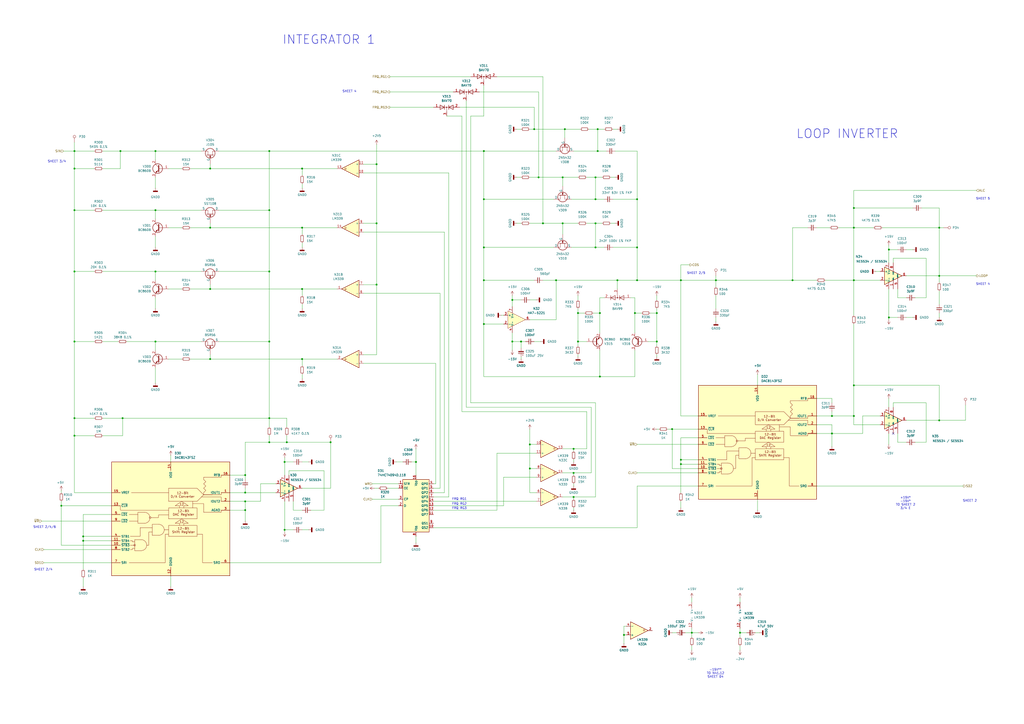
<source format=kicad_sch>
(kicad_sch (version 20250114) (generator "eeschema") (generator_version "9.0")
  (paper "A2")
  (title_block (title "UPL-B1: Integrator 1 & Loop Inverter") (date "2025-11-24") (rev "1.0") (company "BVKSound"))
  (text "INTEGRATOR 1" (at 190.754 23.114 0) (effects (font (size 5.08 5.08) (thickness 0.254) (bold yes))))
  (text "+15V*\n-15V*\nTO SHEET 2\n3/4 E" (at 525.272 291.846 0) (effects (font (size 1.27 1.27))))
  (text "SHEET 4" (at 202.692 53.086 0) (effects (font (size 1.27 1.27))))
  (text "SHEET 2/4/6" (at 25.908 305.816 0) (effects (font (size 1.27 1.27))))
  (text "FRQ RG1" (at 266.446 289.56 0) (effects (font (size 1.27 1.27))))
  (text "LOOP INVERTER" (at 491.49 77.724 0) (effects (font (size 5.08 5.08) (thickness 0.254) (bold yes))))
  (text "FRQ RG3" (at 266.446 294.894 0) (effects (font (size 1.27 1.27))))
  (text "SHEET 2/4" (at 25.146 330.454 0) (effects (font (size 1.27 1.27))))
  (text "FRQ RG2" (at 266.446 292.354 0) (effects (font (size 1.27 1.27))))
  (text "SHEET 3/4" (at 33.02 93.726 0) (effects (font (size 1.27 1.27))))
  (text "SHEET 2/5" (at 403.86 158.496 0) (effects (font (size 1.27 1.27))))
  (text "-15V**\nTO N41.12\nSHEET 04" (at 415.036 390.652 0) (effects (font (size 1.27 1.27))))
  (text "SHEET 2" (at 562.61 290.576 0) (effects (font (size 1.27 1.27))))
  (text "SHEET 5" (at 570.23 115.316 0) (effects (font (size 1.27 1.27))))
  (text "SHEET 4" (at 570.23 164.846 0) (effects (font (size 1.27 1.27))))
  (junction (at 142.24 285.75))
  (junction (at 48.26 311.15))
  (junction (at 43.18 242.57))
  (junction (at 90.17 87.63))
  (junction (at 394.97 162.56))
  (junction (at 121.92 97.79))
  (junction (at 71.12 242.57))
  (junction (at 43.18 198.12))
  (junction (at 332.74 288.29))
  (junction (at 429.26 367.03))
  (junction (at 335.28 181.61))
  (junction (at 345.44 102.87))
  (junction (at 241.3 267.97))
  (junction (at 361.95 368.3))
  (junction (at 166.37 256.54))
  (junction (at 326.39 102.87))
  (junction (at 121.92 208.28))
  (junction (at 280.67 87.63))
  (junction (at 218.44 95.25))
  (junction (at 345.44 115.57))
  (junction (at 381 181.61))
  (junction (at 515.62 144.78))
  (junction (at 544.83 160.02))
  (junction (at 515.62 184.15))
  (junction (at 218.44 165.1))
  (junction (at 495.3 132.08))
  (junction (at 90.17 121.92))
  (junction (at 43.18 97.79))
  (junction (at 307.34 271.78))
  (junction (at 309.88 74.93))
  (junction (at 401.32 367.03))
  (junction (at 368.3 181.61))
  (junction (at 495.3 120.65))
  (junction (at 156.21 198.12))
  (junction (at 394.97 269.24))
  (junction (at 297.18 173.99))
  (junction (at 218.44 129.54))
  (junction (at 346.71 87.63))
  (junction (at 43.18 121.92))
  (junction (at 415.29 162.56))
  (junction (at 175.26 208.28))
  (junction (at 156.21 121.92))
  (junction (at 332.74 274.32))
  (junction (at 280.67 143.51))
  (junction (at 165.1 267.97))
  (junction (at 90.17 157.48))
  (junction (at 175.26 132.08))
  (junction (at 347.98 181.61))
  (junction (at 156.21 157.48))
  (junction (at 495.3 162.56))
  (junction (at 156.21 242.57))
  (junction (at 314.96 129.54))
  (junction (at 280.67 162.56))
  (junction (at 43.18 157.48))
  (junction (at 326.39 129.54))
  (junction (at 69.85 87.63))
  (junction (at 156.21 87.63))
  (junction (at 307.34 257.81))
  (junction (at 345.44 143.51))
  (junction (at 347.98 218.44))
  (junction (at 345.44 129.54))
  (junction (at 482.6 241.3))
  (junction (at 495.3 241.3))
  (junction (at 358.14 162.56))
  (junction (at 381 198.12))
  (junction (at 544.83 132.08))
  (junction (at 142.24 290.83))
  (junction (at 90.17 198.12))
  (junction (at 369.57 162.56))
  (junction (at 302.26 198.12))
  (junction (at 165.1 307.34))
  (junction (at 43.18 252.73))
  (junction (at 191.77 256.54))
  (junction (at 335.28 198.12))
  (junction (at 369.57 115.57))
  (junction (at 35.56 293.37))
  (junction (at 142.24 295.91))
  (junction (at 280.67 187.96))
  (junction (at 495.3 223.52))
  (junction (at 394.97 266.7))
  (junction (at 175.26 167.64))
  (junction (at 280.67 115.57))
  (junction (at 121.92 132.08))
  (junction (at 175.26 97.79))
  (junction (at 121.92 167.64))
  (junction (at 48.26 313.69))
  (junction (at 544.83 243.84))
  (junction (at 156.21 256.54))
  (junction (at 322.58 162.56))
  (junction (at 142.24 275.59))
  (junction (at 297.18 198.12))
  (junction (at 327.66 74.93))
  (junction (at 332.74 260.35))
  (junction (at 482.6 251.46))
  (junction (at 459.74 162.56))
  (junction (at 312.42 102.87))
  (junction (at 346.71 74.93))
  (junction (at 43.18 87.63))
  (junction (at 369.57 143.51))
  (junction (at 389.89 248.92))
  (no_connect (at 518.16 251.46))
  (wire (pts (xy 314.96 129.54) (xy 326.39 129.54)))
  (wire (pts (xy 64.77 316.23) (xy 35.56 316.23)))
  (wire (pts (xy 482.6 241.3) (xy 473.71 241.3)))
  (wire (pts (xy 368.3 181.61) (xy 372.11 181.61)))
  (wire (pts (xy 59.69 242.57) (xy 71.12 242.57)))
  (wire (pts (xy 195.58 97.79) (xy 175.26 97.79)))
  (wire (pts (xy 280.67 87.63) (xy 322.58 87.63)))
  (wire (pts (xy 43.18 97.79) (xy 54.61 97.79)))
  (wire (pts (xy 90.17 87.63) (xy 116.84 87.63)))
  (wire (pts (xy 43.18 87.63) (xy 54.61 87.63)))
  (wire (pts (xy 302.26 129.54) (xy 299.72 129.54)))
  (wire (pts (xy 48.26 335.28) (xy 48.26 340.36)))
  (wire (pts (xy 241.3 267.97) (xy 241.3 260.35)))
  (wire (pts (xy 307.34 271.78) (xy 307.34 257.81)))
  (wire (pts (xy 515.62 251.46) (xy 515.62 257.81)))
  (wire (pts (xy 297.18 171.45) (xy 297.18 173.99)))
  (wire (pts (xy 110.49 208.28) (xy 121.92 208.28)))
  (wire (pts (xy 361.95 373.38) (xy 361.95 368.3)))
  (wire (pts (xy 518.16 233.68) (xy 518.16 236.22)))
  (wire (pts (xy 288.29 262.89) (xy 288.29 295.91)))
  (wire (pts (xy 369.57 143.51) (xy 369.57 162.56)))
  (wire (pts (xy 48.26 311.15) (xy 64.77 311.15)))
  (wire (pts (xy 218.44 95.25) (xy 218.44 83.82)))
  (wire (pts (xy 495.3 187.96) (xy 495.3 223.52)))
  (wire (pts (xy 292.1 293.37) (xy 251.46 293.37)))
  (wire (pts (xy 322.58 162.56) (xy 358.14 162.56)))
  (wire (pts (xy 415.29 160.02) (xy 415.29 162.56)))
  (wire (pts (xy 175.26 106.68) (xy 175.26 109.22)))
  (wire (pts (xy 121.92 167.64) (xy 175.26 167.64)))
  (wire (pts (xy 544.83 223.52) (xy 544.83 243.84)))
  (wire (pts (xy 121.92 95.25) (xy 121.92 97.79)))
  (wire (pts (xy 520.7 256.54) (xy 525.78 256.54)))
  (wire (pts (xy 175.26 208.28) (xy 175.26 212.09)))
  (wire (pts (xy 495.3 110.49) (xy 566.42 110.49)))
  (wire (pts (xy 210.82 129.54) (xy 218.44 129.54)))
  (wire (pts (xy 121.92 132.08) (xy 175.26 132.08)))
  (wire (pts (xy 255.27 170.18) (xy 210.82 170.18)))
  (wire (pts (xy 156.21 121.92) (xy 156.21 157.48)))
  (wire (pts (xy 121.92 97.79) (xy 175.26 97.79)))
  (wire (pts (xy 97.79 208.28) (xy 105.41 208.28)))
  (wire (pts (xy 187.96 273.05) (xy 167.64 273.05)))
  (wire (pts (xy 175.26 97.79) (xy 175.26 101.6)))
  (wire (pts (xy 43.18 242.57) (xy 43.18 252.73)))
  (wire (pts (xy 355.6 74.93) (xy 358.14 74.93)))
  (wire (pts (xy 495.3 162.56) (xy 510.54 162.56)))
  (wire (pts (xy 473.71 246.38) (xy 482.6 246.38)))
  (wire (pts (xy 309.88 198.12) (xy 313.69 198.12)))
  (wire (pts (xy 156.21 256.54) (xy 166.37 256.54)))
  (wire (pts (xy 307.34 74.93) (xy 309.88 74.93)))
  (wire (pts (xy 332.74 280.67) (xy 332.74 281.94)))
  (wire (pts (xy 401.32 364.49) (xy 401.32 367.03)))
  (wire (pts (xy 340.36 198.12) (xy 335.28 198.12)))
  (wire (pts (xy 43.18 252.73) (xy 54.61 252.73)))
  (wire (pts (xy 345.44 143.51) (xy 345.44 129.54)))
  (wire (pts (xy 251.46 290.83) (xy 311.15 290.83)))
  (wire (pts (xy 347.98 218.44) (xy 368.3 218.44)))
  (wire (pts (xy 142.24 285.75) (xy 160.02 285.75)))
  (wire (pts (xy 537.21 149.86) (xy 518.16 149.86)))
  (wire (pts (xy 326.39 288.29) (xy 332.74 288.29)))
  (wire (pts (xy 280.67 162.56) (xy 280.67 143.51)))
  (wire (pts (xy 515.62 184.15) (xy 515.62 185.42)))
  (wire (pts (xy 35.56 293.37) (xy 64.77 293.37)))
  (wire (pts (xy 326.39 129.54) (xy 335.28 129.54)))
  (wire (pts (xy 297.18 173.99) (xy 297.18 177.8)))
  (wire (pts (xy 368.3 181.61) (xy 368.3 193.04)))
  (wire (pts (xy 375.92 198.12) (xy 381 198.12)))
  (wire (pts (xy 156.21 87.63) (xy 280.67 87.63)))
  (wire (pts (xy 369.57 257.81) (xy 405.13 257.81)))
  (wire (pts (xy 345.44 233.68) (xy 345.44 288.29)))
  (wire (pts (xy 218.44 165.1) (xy 218.44 205.74)))
  (wire (pts (xy 381 179.07) (xy 381 181.61)))
  (wire (pts (xy 267.97 67.31) (xy 259.08 67.31)))
  (wire (pts (xy 354.33 129.54) (xy 356.87 129.54)))
  (wire (pts (xy 433.07 367.03) (xy 429.26 367.03)))
  (wire (pts (xy 273.05 233.68) (xy 345.44 233.68)))
  (wire (pts (xy 429.26 364.49) (xy 429.26 367.03)))
  (wire (pts (xy 495.3 162.56) (xy 495.3 182.88)))
  (wire (pts (xy 43.18 157.48) (xy 43.18 198.12)))
  (wire (pts (xy 297.18 198.12) (xy 302.26 198.12)))
  (wire (pts (xy 48.26 311.15) (xy 48.26 313.69)))
  (wire (pts (xy 394.97 254) (xy 405.13 254)))
  (wire (pts (xy 381 198.12) (xy 381 200.66)))
  (wire (pts (xy 257.81 285.75) (xy 251.46 285.75)))
  (wire (pts (xy 59.69 97.79) (xy 69.85 97.79)))
  (wire (pts (xy 142.24 285.75) (xy 133.35 285.75)))
  (wire (pts (xy 429.26 374.65) (xy 429.26 377.19)))
  (wire (pts (xy 278.13 53.34) (xy 312.42 53.34)))
  (wire (pts (xy 401.32 346.71) (xy 401.32 349.25)))
  (wire (pts (xy 500.38 251.46) (xy 482.6 251.46)))
  (wire (pts (xy 482.6 241.3) (xy 495.3 241.3)))
  (wire (pts (xy 110.49 97.79) (xy 121.92 97.79)))
  (wire (pts (xy 90.17 92.71) (xy 90.17 87.63)))
  (wire (pts (xy 415.29 162.56) (xy 459.74 162.56)))
  (wire (pts (xy 307.34 271.78) (xy 311.15 271.78)))
  (wire (pts (xy 175.26 167.64) (xy 175.26 171.45)))
  (wire (pts (xy 345.44 115.57) (xy 350.52 115.57)))
  (wire (pts (xy 121.92 165.1) (xy 121.92 167.64)))
  (wire (pts (xy 473.71 132.08) (xy 481.33 132.08)))
  (wire (pts (xy 327.66 80.01) (xy 327.66 74.93)))
  (wire (pts (xy 165.1 290.83) (xy 165.1 307.34)))
  (wire (pts (xy 226.06 44.45) (xy 273.05 44.45)))
  (wire (pts (xy 307.34 271.78) (xy 307.34 285.75)))
  (wire (pts (xy 251.46 306.07) (xy 369.57 306.07)))
  (wire (pts (xy 547.37 132.08) (xy 544.83 132.08)))
  (wire (pts (xy 381 205.74) (xy 381 207.01)))
  (wire (pts (xy 368.3 203.2) (xy 368.3 218.44)))
  (wire (pts (xy 127 121.92) (xy 156.21 121.92)))
  (wire (pts (xy 331.47 143.51) (xy 345.44 143.51)))
  (wire (pts (xy 345.44 115.57) (xy 345.44 102.87)))
  (wire (pts (xy 99.06 334.01) (xy 99.06 340.36)))
  (wire (pts (xy 142.24 278.13) (xy 142.24 275.59)))
  (wire (pts (xy 515.62 142.24) (xy 515.62 144.78)))
  (wire (pts (xy 273.05 67.31) (xy 280.67 67.31)))
  (wire (pts (xy 97.79 97.79) (xy 105.41 97.79)))
  (wire (pts (xy 309.88 162.56) (xy 280.67 162.56)))
  (wire (pts (xy 511.81 132.08) (xy 544.83 132.08)))
  (wire (pts (xy 394.97 269.24) (xy 405.13 269.24)))
  (wire (pts (xy 326.39 135.89) (xy 326.39 129.54)))
  (wire (pts (xy 392.43 367.03) (xy 389.89 367.03)))
  (wire (pts (xy 394.97 266.7) (xy 405.13 266.7)))
  (wire (pts (xy 307.34 102.87) (xy 312.42 102.87)))
  (wire (pts (xy 332.74 294.64) (xy 332.74 295.91)))
  (wire (pts (xy 335.28 181.61) (xy 339.09 181.61)))
  (wire (pts (xy 218.44 129.54) (xy 218.44 95.25)))
  (wire (pts (xy 48.26 298.45) (xy 48.26 311.15)))
  (wire (pts (xy 369.57 162.56) (xy 394.97 162.56)))
  (wire (pts (xy 127 87.63) (xy 156.21 87.63)))
  (wire (pts (xy 43.18 121.92) (xy 43.18 157.48)))
  (wire (pts (xy 142.24 295.91) (xy 142.24 302.26)))
  (wire (pts (xy 121.92 205.74) (xy 121.92 208.28)))
  (wire (pts (xy 48.26 313.69) (xy 48.26 330.2)))
  (wire (pts (xy 365.76 172.72) (xy 368.3 172.72)))
  (wire (pts (xy 238.76 267.97) (xy 241.3 267.97)))
  (wire (pts (xy 495.3 132.08) (xy 495.3 162.56)))
  (wire (pts (xy 544.83 181.61) (xy 544.83 184.15)))
  (wire (pts (xy 525.78 144.78) (xy 529.59 144.78)))
  (wire (pts (xy 515.62 184.15) (xy 520.7 184.15)))
  (wire (pts (xy 280.67 218.44) (xy 280.67 187.96)))
  (wire (pts (xy 156.21 242.57) (xy 156.21 247.65)))
  (wire (pts (xy 71.12 242.57) (xy 156.21 242.57)))
  (wire (pts (xy 525.78 160.02) (xy 544.83 160.02)))
  (wire (pts (xy 165.1 265.43) (xy 165.1 267.97)))
  (wire (pts (xy 482.6 231.14) (xy 473.71 231.14)))
  (wire (pts (xy 133.35 295.91) (xy 142.24 295.91)))
  (wire (pts (xy 252.73 280.67) (xy 251.46 280.67)))
  (wire (pts (xy 191.77 256.54) (xy 191.77 283.21)))
  (wire (pts (xy 43.18 252.73) (xy 43.18 285.75)))
  (wire (pts (xy 297.18 193.04) (xy 297.18 198.12)))
  (wire (pts (xy 217.17 283.21) (xy 219.71 283.21)))
  (wire (pts (xy 400.05 153.67) (xy 394.97 153.67)))
  (wire (pts (xy 326.39 260.35) (xy 332.74 260.35)))
  (wire (pts (xy 69.85 97.79) (xy 69.85 87.63)))
  (wire (pts (xy 311.15 285.75) (xy 307.34 285.75)))
  (wire (pts (xy 24.13 302.26) (xy 64.77 302.26)))
  (wire (pts (xy 35.56 293.37) (xy 35.56 290.83)))
  (wire (pts (xy 369.57 115.57) (xy 369.57 143.51)))
  (wire (pts (xy 257.81 134.62) (xy 257.81 285.75)))
  (wire (pts (xy 307.34 248.92) (xy 307.34 257.81)))
  (wire (pts (xy 544.83 243.84) (xy 560.07 243.84)))
  (wire (pts (xy 251.46 295.91) (xy 288.29 295.91)))
  (wire (pts (xy 495.3 223.52) (xy 544.83 223.52)))
  (wire (pts (xy 59.69 87.63) (xy 69.85 87.63)))
  (wire (pts (xy 381 248.92) (xy 382.27 248.92)))
  (wire (pts (xy 355.6 143.51) (xy 369.57 143.51)))
  (wire (pts (xy 394.97 162.56) (xy 415.29 162.56)))
  (wire (pts (xy 43.18 198.12) (xy 54.61 198.12)))
  (wire (pts (xy 544.83 120.65) (xy 544.83 132.08)))
  (wire (pts (xy 175.26 132.08) (xy 175.26 135.89)))
  (wire (pts (xy 142.24 256.54) (xy 156.21 256.54)))
  (wire (pts (xy 260.35 100.33) (xy 210.82 100.33)))
  (wire (pts (xy 90.17 172.72) (xy 90.17 179.07)))
  (wire (pts (xy 210.82 95.25) (xy 218.44 95.25)))
  (wire (pts (xy 482.6 251.46) (xy 482.6 259.08)))
  (wire (pts (xy 280.67 115.57) (xy 280.67 143.51)))
  (wire (pts (xy 358.14 162.56) (xy 358.14 167.64)))
  (wire (pts (xy 36.83 87.63) (xy 43.18 87.63)))
  (wire (pts (xy 560.07 243.84) (xy 560.07 234.95)))
  (wire (pts (xy 342.9 274.32) (xy 332.74 274.32)))
  (wire (pts (xy 266.7 62.23) (xy 309.88 62.23)))
  (wire (pts (xy 394.97 285.75) (xy 394.97 269.24)))
  (wire (pts (xy 260.35 288.29) (xy 251.46 288.29)))
  (wire (pts (xy 215.9 289.56) (xy 231.14 289.56)))
  (wire (pts (xy 346.71 87.63) (xy 346.71 74.93)))
  (wire (pts (xy 544.83 160.02) (xy 544.83 163.83)))
  (wire (pts (xy 326.39 102.87) (xy 312.42 102.87)))
  (wire (pts (xy 43.18 157.48) (xy 54.61 157.48)))
  (wire (pts (xy 341.63 74.93) (xy 346.71 74.93)))
  (wire (pts (xy 133.35 326.39) (xy 220.98 326.39)))
  (wire (pts (xy 394.97 269.24) (xy 394.97 266.7)))
  (wire (pts (xy 156.21 157.48) (xy 156.21 198.12)))
  (wire (pts (xy 71.12 252.73) (xy 71.12 242.57)))
  (wire (pts (xy 544.83 132.08) (xy 544.83 160.02)))
  (wire (pts (xy 347.98 181.61) (xy 347.98 193.04)))
  (wire (pts (xy 267.97 67.31) (xy 267.97 238.76)))
  (wire (pts (xy 518.16 149.86) (xy 518.16 152.4)))
  (wire (pts (xy 345.44 129.54) (xy 349.25 129.54)))
  (wire (pts (xy 99.06 264.16) (xy 99.06 267.97)))
  (wire (pts (xy 530.86 256.54) (xy 537.21 256.54)))
  (wire (pts (xy 346.71 74.93) (xy 350.52 74.93)))
  (wire (pts (xy 335.28 205.74) (xy 335.28 207.01)))
  (wire (pts (xy 355.6 115.57) (xy 369.57 115.57)))
  (wire (pts (xy 220.98 293.37) (xy 231.14 293.37)))
  (wire (pts (xy 43.18 121.92) (xy 54.61 121.92)))
  (wire (pts (xy 170.18 290.83) (xy 170.18 295.91)))
  (wire (pts (xy 224.79 283.21) (xy 231.14 283.21)))
  (wire (pts (xy 486.41 132.08) (xy 495.3 132.08)))
  (wire (pts (xy 332.74 260.35) (xy 332.74 261.62)))
  (wire (pts (xy 544.83 160.02) (xy 566.42 160.02)))
  (wire (pts (xy 297.18 198.12) (xy 297.18 203.2)))
  (wire (pts (xy 43.18 82.55) (xy 43.18 87.63)))
  (wire (pts (xy 394.97 153.67) (xy 394.97 162.56)))
  (wire (pts (xy 478.79 162.56) (xy 495.3 162.56)))
  (wire (pts (xy 280.67 162.56) (xy 280.67 187.96)))
  (wire (pts (xy 356.87 87.63) (xy 369.57 87.63)))
  (wire (pts (xy 345.44 102.87) (xy 349.25 102.87)))
  (wire (pts (xy 255.27 283.21) (xy 251.46 283.21)))
  (wire (pts (xy 495.3 246.38) (xy 510.54 246.38)))
  (wire (pts (xy 110.49 132.08) (xy 121.92 132.08)))
  (wire (pts (xy 544.83 168.91) (xy 544.83 176.53)))
  (wire (pts (xy 520.7 251.46) (xy 520.7 256.54)))
  (wire (pts (xy 156.21 198.12) (xy 156.21 242.57)))
  (wire (pts (xy 401.32 367.03) (xy 405.13 367.03)))
  (wire (pts (xy 25.4 318.77) (xy 64.77 318.77)))
  (wire (pts (xy 482.6 246.38) (xy 482.6 251.46)))
  (wire (pts (xy 127 157.48) (xy 156.21 157.48)))
  (wire (pts (xy 332.74 87.63) (xy 346.71 87.63)))
  (wire (pts (xy 121.92 129.54) (xy 121.92 132.08)))
  (wire (pts (xy 335.28 198.12) (xy 335.28 200.66)))
  (wire (pts (xy 166.37 242.57) (xy 156.21 242.57)))
  (wire (pts (xy 495.3 241.3) (xy 495.3 246.38)))
  (wire (pts (xy 175.26 283.21) (xy 191.77 283.21)))
  (wire (pts (xy 482.6 233.68) (xy 482.6 231.14)))
  (wire (pts (xy 515.62 144.78) (xy 520.7 144.78)))
  (wire (pts (xy 314.96 44.45) (xy 314.96 129.54)))
  (wire (pts (xy 59.69 198.12) (xy 68.58 198.12)))
  (wire (pts (xy 175.26 267.97) (xy 179.07 267.97)))
  (wire (pts (xy 347.98 172.72) (xy 347.98 181.61)))
  (wire (pts (xy 166.37 256.54) (xy 191.77 256.54)))
  (wire (pts (xy 368.3 172.72) (xy 368.3 181.61)))
  (wire (pts (xy 59.69 157.48) (xy 90.17 157.48)))
  (wire (pts (xy 326.39 102.87) (xy 335.28 102.87)))
  (wire (pts (xy 288.29 44.45) (xy 314.96 44.45)))
  (wire (pts (xy 165.1 267.97) (xy 165.1 275.59)))
  (wire (pts (xy 43.18 87.63) (xy 43.18 97.79)))
  (wire (pts (xy 381 181.61) (xy 377.19 181.61)))
  (wire (pts (xy 438.15 367.03) (xy 440.69 367.03)))
  (wire (pts (xy 340.36 260.35) (xy 332.74 260.35)))
  (wire (pts (xy 369.57 306.07) (xy 369.57 281.94)))
  (wire (pts (xy 90.17 203.2) (xy 90.17 198.12)))
  (wire (pts (xy 439.42 217.17) (xy 439.42 223.52)))
  (wire (pts (xy 459.74 162.56) (xy 473.71 162.56)))
  (wire (pts (xy 394.97 290.83) (xy 394.97 294.64)))
  (wire (pts (xy 90.17 102.87) (xy 90.17 109.22)))
  (wire (pts (xy 369.57 87.63) (xy 369.57 115.57)))
  (wire (pts (xy 361.95 363.22) (xy 363.22 363.22)))
  (wire (pts (xy 309.88 74.93) (xy 327.66 74.93)))
  (wire (pts (xy 468.63 132.08) (xy 459.74 132.08)))
  (wire (pts (xy 25.4 326.39) (xy 64.77 326.39)))
  (wire (pts (xy 260.35 100.33) (xy 260.35 288.29)))
  (wire (pts (xy 142.24 275.59) (xy 142.24 256.54)))
  (wire (pts (xy 340.36 102.87) (xy 345.44 102.87)))
  (wire (pts (xy 59.69 121.92) (xy 90.17 121.92)))
  (wire (pts (xy 210.82 165.1) (xy 218.44 165.1)))
  (wire (pts (xy 500.38 241.3) (xy 500.38 251.46)))
  (wire (pts (xy 270.51 58.42) (xy 270.51 236.22)))
  (wire (pts (xy 43.18 97.79) (xy 43.18 121.92)))
  (wire (pts (xy 151.13 280.67) (xy 151.13 290.83)))
  (wire (pts (xy 342.9 236.22) (xy 342.9 274.32)))
  (wire (pts (xy 332.74 274.32) (xy 332.74 275.59)))
  (wire (pts (xy 358.14 162.56) (xy 369.57 162.56)))
  (wire (pts (xy 394.97 266.7) (xy 394.97 254)))
  (wire (pts (xy 133.35 290.83) (xy 142.24 290.83)))
  (wire (pts (xy 151.13 290.83) (xy 142.24 290.83)))
  (wire (pts (xy 389.89 271.78) (xy 389.89 248.92)))
  (wire (pts (xy 64.77 285.75) (xy 43.18 285.75)))
  (wire (pts (xy 64.77 298.45) (xy 48.26 298.45)))
  (wire (pts (xy 520.7 172.72) (xy 525.78 172.72)))
  (wire (pts (xy 97.79 167.64) (xy 105.41 167.64)))
  (wire (pts (xy 121.92 208.28) (xy 175.26 208.28)))
  (wire (pts (xy 340.36 238.76) (xy 340.36 260.35)))
  (wire (pts (xy 290.83 182.88) (xy 292.1 182.88)))
  (wire (pts (xy 252.73 210.82) (xy 252.73 280.67)))
  (wire (pts (xy 233.68 267.97) (xy 229.87 267.97)))
  (wire (pts (xy 307.34 257.81) (xy 311.15 257.81)))
  (wire (pts (xy 347.98 218.44) (xy 280.67 218.44)))
  (wire (pts (xy 175.26 140.97) (xy 175.26 143.51)))
  (wire (pts (xy 59.69 252.73) (xy 71.12 252.73)))
  (wire (pts (xy 335.28 171.45) (xy 335.28 173.99)))
  (wire (pts (xy 326.39 107.95) (xy 326.39 102.87)))
  (wire (pts (xy 335.28 179.07) (xy 335.28 181.61)))
  (wire (pts (xy 429.26 367.03) (xy 429.26 369.57)))
  (wire (pts (xy 252.73 210.82) (xy 210.82 210.82)))
  (wire (pts (xy 210.82 205.74) (xy 218.44 205.74)))
  (wire (pts (xy 175.26 217.17) (xy 175.26 219.71)))
  (wire (pts (xy 508 157.48) (xy 510.54 157.48)))
  (wire (pts (xy 43.18 242.57) (xy 54.61 242.57)))
  (wire (pts (xy 90.17 198.12) (xy 116.84 198.12)))
  (wire (pts (xy 288.29 262.89) (xy 311.15 262.89)))
  (wire (pts (xy 175.26 307.34) (xy 179.07 307.34)))
  (wire (pts (xy 307.34 173.99) (xy 311.15 173.99)))
  (wire (pts (xy 500.38 241.3) (xy 510.54 241.3)))
  (wire (pts (xy 302.26 207.01) (xy 302.26 208.28)))
  (wire (pts (xy 73.66 198.12) (xy 90.17 198.12)))
  (wire (pts (xy 270.51 236.22) (xy 342.9 236.22)))
  (wire (pts (xy 255.27 170.18) (xy 255.27 283.21)))
  (wire (pts (xy 302.26 198.12) (xy 304.8 198.12)))
  (wire (pts (xy 110.49 167.64) (xy 121.92 167.64)))
  (wire (pts (xy 241.3 267.97) (xy 241.3 275.59)))
  (wire (pts (xy 309.88 62.23) (xy 309.88 74.93)))
  (wire (pts (xy 165.1 307.34) (xy 170.18 307.34)))
  (wire (pts (xy 167.64 273.05) (xy 167.64 275.59)))
  (wire (pts (xy 354.33 102.87) (xy 356.87 102.87)))
  (wire (pts (xy 439.42 289.56) (xy 439.42 295.91)))
  (wire (pts (xy 175.26 208.28) (xy 195.58 208.28)))
  (wire (pts (xy 344.17 181.61) (xy 347.98 181.61)))
  (wire (pts (xy 401.32 374.65) (xy 401.32 377.19)))
  (wire (pts (xy 302.26 102.87) (xy 299.72 102.87)))
  (wire (pts (xy 346.71 87.63) (xy 351.79 87.63)))
  (wire (pts (xy 170.18 295.91) (xy 175.26 295.91)))
  (wire (pts (xy 361.95 368.3) (xy 363.22 368.3)))
  (wire (pts (xy 473.71 251.46) (xy 482.6 251.46)))
  (wire (pts (xy 280.67 67.31) (xy 280.67 49.53)))
  (wire (pts (xy 387.35 248.92) (xy 389.89 248.92)))
  (wire (pts (xy 292.1 276.86) (xy 292.1 293.37)))
  (wire (pts (xy 297.18 173.99) (xy 302.26 173.99)))
  (wire (pts (xy 307.34 129.54) (xy 314.96 129.54)))
  (wire (pts (xy 195.58 132.08) (xy 175.26 132.08)))
  (wire (pts (xy 530.86 172.72) (xy 537.21 172.72)))
  (wire (pts (xy 35.56 284.48) (xy 35.56 285.75)))
  (wire (pts (xy 520.7 167.64) (xy 520.7 172.72)))
  (wire (pts (xy 537.21 256.54) (xy 537.21 233.68)))
  (wire (pts (xy 90.17 162.56) (xy 90.17 157.48)))
  (wire (pts (xy 326.39 274.32) (xy 332.74 274.32)))
  (wire (pts (xy 90.17 121.92) (xy 116.84 121.92)))
  (wire (pts (xy 312.42 53.34) (xy 312.42 102.87)))
  (wire (pts (xy 327.66 74.93) (xy 336.55 74.93)))
  (wire (pts (xy 381 171.45) (xy 381 173.99)))
  (wire (pts (xy 369.57 281.94) (xy 405.13 281.94)))
  (wire (pts (xy 151.13 280.67) (xy 160.02 280.67)))
  (wire (pts (xy 166.37 247.65) (xy 166.37 242.57)))
  (wire (pts (xy 495.3 110.49) (xy 495.3 120.65)))
  (wire (pts (xy 322.58 185.42) (xy 322.58 162.56)))
  (wire (pts (xy 515.62 144.78) (xy 515.62 152.4)))
  (wire (pts (xy 397.51 367.03) (xy 401.32 367.03)))
  (wire (pts (xy 280.67 87.63) (xy 280.67 115.57)))
  (wire (pts (xy 394.97 162.56) (xy 394.97 241.3)))
  (wire (pts (xy 401.32 367.03) (xy 401.32 369.57)))
  (wire (pts (xy 335.28 198.12) (xy 335.28 181.61)))
  (wire (pts (xy 495.3 120.65) (xy 495.3 132.08)))
  (wire (pts (xy 35.56 316.23) (xy 35.56 293.37)))
  (wire (pts (xy 515.62 231.14) (xy 515.62 236.22)))
  (wire (pts (xy 142.24 290.83) (xy 142.24 295.91)))
  (wire (pts (xy 90.17 213.36) (xy 90.17 222.25)))
  (wire (pts (xy 69.85 87.63) (xy 90.17 87.63)))
  (wire (pts (xy 64.77 313.69) (xy 48.26 313.69)))
  (wire (pts (xy 280.67 143.51) (xy 321.31 143.51)))
  (wire (pts (xy 166.37 252.73) (xy 166.37 256.54)))
  (wire (pts (xy 226.06 62.23) (xy 251.46 62.23)))
  (wire (pts (xy 482.6 238.76) (xy 482.6 241.3)))
  (wire (pts (xy 241.3 311.15) (xy 241.3 314.96)))
  (wire (pts (xy 345.44 143.51) (xy 350.52 143.51)))
  (wire (pts (xy 90.17 157.48) (xy 116.84 157.48)))
  (wire (pts (xy 43.18 198.12) (xy 43.18 242.57)))
  (wire (pts (xy 515.62 167.64) (xy 515.62 184.15)))
  (wire (pts (xy 405.13 271.78) (xy 389.89 271.78)))
  (wire (pts (xy 350.52 172.72) (xy 347.98 172.72)))
  (wire (pts (xy 133.35 275.59) (xy 142.24 275.59)))
  (wire (pts (xy 180.34 295.91) (xy 187.96 295.91)))
  (wire (pts (xy 345.44 288.29) (xy 332.74 288.29)))
  (wire (pts (xy 273.05 67.31) (xy 273.05 233.68)))
  (wire (pts (xy 331.47 115.57) (xy 345.44 115.57)))
  (wire (pts (xy 267.97 238.76) (xy 340.36 238.76)))
  (wire (pts (xy 473.71 281.94) (xy 558.8 281.94)))
  (wire (pts (xy 369.57 274.32) (xy 405.13 274.32)))
  (wire (pts (xy 307.34 185.42) (xy 322.58 185.42)))
  (wire (pts (xy 537.21 172.72) (xy 537.21 149.86)))
  (wire (pts (xy 127 198.12) (xy 156.21 198.12)))
  (wire (pts (xy 165.1 307.34) (xy 165.1 308.61)))
  (wire (pts (xy 361.95 368.3) (xy 361.95 363.22)))
  (wire (pts (xy 495.3 120.65) (xy 529.59 120.65)))
  (wire (pts (xy 534.67 120.65) (xy 544.83 120.65)))
  (wire (pts (xy 389.89 248.92) (xy 405.13 248.92)))
  (wire (pts (xy 415.29 184.15) (xy 415.29 186.69)))
  (wire (pts (xy 165.1 267.97) (xy 170.18 267.97)))
  (wire (pts (xy 394.97 241.3) (xy 405.13 241.3)))
  (wire (pts (xy 459.74 132.08) (xy 459.74 162.56)))
  (wire (pts (xy 257.81 134.62) (xy 210.82 134.62)))
  (wire (pts (xy 156.21 87.63) (xy 156.21 121.92)))
  (wire (pts (xy 340.36 129.54) (xy 345.44 129.54)))
  (wire (pts (xy 332.74 266.7) (xy 332.74 267.97)))
  (wire (pts (xy 218.44 129.54) (xy 218.44 165.1)))
  (wire (pts (xy 495.3 223.52) (xy 495.3 241.3)))
  (wire (pts (xy 220.98 326.39) (xy 220.98 293.37)))
  (wire (pts (xy 195.58 167.64) (xy 175.26 167.64)))
  (wire (pts (xy 156.21 252.73) (xy 156.21 256.54)))
  (wire (pts (xy 429.26 346.71) (xy 429.26 349.25)))
  (wire (pts (xy 495.3 132.08) (xy 506.73 132.08)))
  (wire (pts (xy 311.15 276.86) (xy 292.1 276.86)))
  (wire (pts (xy 415.29 171.45) (xy 415.29 179.07)))
  (wire (pts (xy 332.74 288.29) (xy 332.74 289.56)))
  (wire (pts (xy 381 198.12) (xy 381 181.61)))
  (wire (pts (xy 302.26 198.12) (xy 302.26 201.93)))
  (wire (pts (xy 226.06 53.34) (xy 262.89 53.34)))
  (wire (pts (xy 347.98 203.2) (xy 347.98 218.44)))
  (wire (pts (xy 142.24 283.21) (xy 142.24 285.75)))
  (wire (pts (xy 525.78 184.15) (xy 529.59 184.15)))
  (wire (pts (xy 215.9 280.67) (xy 231.14 280.67)))
  (wire (pts (xy 314.96 162.56) (xy 322.58 162.56)))
  (wire (pts (xy 187.96 295.91) (xy 187.96 273.05)))
  (wire (pts (xy 292.1 187.96) (xy 280.67 187.96)))
  (wire (pts (xy 525.78 243.84) (xy 544.83 243.84)))
  (wire (pts (xy 175.26 176.53) (xy 175.26 179.07)))
  (wire (pts (xy 280.67 115.57) (xy 321.31 115.57)))
  (wire (pts (xy 415.29 162.56) (xy 415.29 166.37)))
  (wire (pts (xy 90.17 137.16) (xy 90.17 143.51)))
  (wire (pts (xy 302.26 74.93) (xy 299.72 74.93)))
  (wire (pts (xy 537.21 233.68) (xy 518.16 233.68)))
  (wire (pts (xy 90.17 127) (xy 90.17 121.92)))
  (wire (pts (xy 97.79 132.08) (xy 105.41 132.08)))
  (hierarchical_label "SD1" (shape input) (at 25.4 326.39 180))
  (hierarchical_label "SIN" (shape input) (at 36.83 87.63 180))
  (hierarchical_label "SD2" (shape output) (at 558.8 281.94 0))
  (hierarchical_label "CLK" (shape input) (at 369.57 274.32 180))
  (hierarchical_label "LOOP" (shape output) (at 566.42 160.02 0))
  (hierarchical_label "FRQ_RG1" (shape output) (at 226.06 44.45 180))
  (hierarchical_label "CLK" (shape input) (at 215.9 289.56 180))
  (hierarchical_label "FRQ_RG3" (shape output) (at 226.06 62.23 180))
  (hierarchical_label "COS" (shape output) (at 400.05 153.67 0))
  (hierarchical_label "ALC" (shape input) (at 566.42 110.49 0))
  (hierarchical_label "WR" (shape input) (at 215.9 280.67 180))
  (hierarchical_label "CLK" (shape input) (at 25.4 318.77 180))
  (hierarchical_label "~{WR}" (shape input) (at 24.13 302.26 180))
  (hierarchical_label "FRQ_RG2" (shape output) (at 226.06 53.34 180))
  (hierarchical_label "~{WR}" (shape input) (at 369.57 257.81 180))
  (symbol (lib_id "Comparator:LM339") (at 318.77 274.32 0) (mirror x) (unit 4)
    (property "Reference" "N33" (at 326.644 280.924 0))
    (property "Value" "LM339" (at 326.644 278.384 0))
    (property "Footprint" "Package_SO:SOIC-14_3.9x8.7mm_P1.27mm" (effects (hide yes)))
    (property "Datasheet" "https://www.st.com/resource/en/datasheet/lm139.pdf" (effects (hide yes)))
    (property "Description" "Quad Differential Comparators, SOIC-14/TSSOP-14" (effects (hide yes)))
  )
  (symbol (lib_id "UPL_B1:DAC8143FSZ_") (at 99.06 300.99 0) (unit 1)
    (property "Reference" "D30" (at 101.2033 262.89 0) (effects (justify left)))
    (property "Value" "DAC8143FSZ" (at 101.2033 265.43 0) (effects (justify left)))
    (property "Footprint" "Package_SO:SOIC-16W_7.5x10.3mm_P1.27mm" (effects (hide yes)))
    (property "Datasheet" "https://datasheet.datasheetarchive.com/originals/distributors/Datasheets-SFU1/DSASFU10005700.pdf" (effects (hide yes)))
    (property "Description" "DAC8143FSZ, 12 bit-Bit DAC 2.63Msps, SPI, 16-Pin SOIC W" (effects (hide yes)))
    (property "Height" "2.65" (effects (hide yes)))
    (property "Manufacturer_Name" "Analog Devices" (effects (hide yes)))
    (property "Manufacturer_Part_Number" "DAC8143FSZ" (effects (hide yes)))
  )
  (symbol (lib_id "Device:R_Small") (at 332.74 278.13 0) (unit 1)
    (property "Reference" "R331" (at 335.28 276.8599 0) (effects (justify left)))
    (property "Value" "15K" (at 335.28 279.3999 0) (effects (justify left)))
    (property "Footprint" "Resistor_SMD:R_1206_3216Metric_Pad1.30x1.75mm_HandSolder" (effects (hide yes)))
    (property "Description" "Resistor, small symbol" (effects (hide yes)))
  )
  (symbol (lib_id "Transistor_BJT:Q_PNP_BCE") (at 92.71 167.64 0) (mirror y) (unit 1)
    (property "Reference" "V302" (at 87.63 166.3699 0) (effects (justify left)))
    (property "Value" "BC860B" (at 87.63 168.9099 0) (effects (justify left)))
    (property "Footprint" "Package_TO_SOT_SMD:SOT-23" (effects (hide yes)))
    (property "Datasheet" "https://assets.nexperia.com/documents/data-sheet/BC859_BC860.pdf" (effects (hide yes)))
    (property "Description" "PNP transistor, base/collector/emitter" (effects (hide yes)))
  )
  (symbol (lib_id "Device:R_Small") (at 57.15 87.63 90) (unit 1)
    (property "Reference" "R300" (at 57.15 82.55 90))
    (property "Value" "5K05 0.1%" (at 57.15 85.09 90))
    (property "Footprint" "R_Axial_DIN0204_L3.6mm_D1.6mm_P7.62mm_Horizontal" (effects (hide yes)))
    (property "Description" "Resistor, small symbol" (effects (hide yes)))
  )
  (symbol (lib_id "UPL_B1:DAC8143FSZ_") (at 439.42 256.54 0) (unit 1)
    (property "Reference" "D32" (at 441.5633 218.44 0) (effects (justify left)))
    (property "Value" "DAC8143FSZ" (at 441.5633 220.98 0) (effects (justify left)))
    (property "Footprint" "Package_SO:SOIC-16W_7.5x10.3mm_P1.27mm" (effects (hide yes)))
    (property "Datasheet" "https://datasheet.datasheetarchive.com/originals/distributors/Datasheets-SFU1/DSASFU10005700.pdf" (effects (hide yes)))
    (property "Description" "DAC8143FSZ, 12 bit-Bit DAC 2.63Msps, SPI, 16-Pin SOIC W" (effects (hide yes)))
    (property "Height" "2.65" (effects (hide yes)))
    (property "Manufacturer_Name" "Analog Devices" (effects (hide yes)))
    (property "Manufacturer_Part_Number" "DAC8143FSZ" (effects (hide yes)))
  )
  (symbol (lib_id "Device:R_Small") (at 35.56 288.29 0) (mirror y) (unit 1)
    (property "Reference" "R310" (at 39.37 287.02 0))
    (property "Value" "1K" (at 39.37 289.56 0))
    (property "Footprint" "Resistor_SMD:R_1206_3216Metric_Pad1.30x1.75mm_HandSolder" (effects (hide yes)))
    (property "Description" "Resistor, small symbol" (effects (hide yes)))
  )
  (symbol (lib_id "Device:R_Small") (at 71.12 198.12 90) (unit 1)
    (property "Reference" "R304" (at 71.12 193.04 90))
    (property "Value" "38K8 0.1%" (at 71.12 195.58 90))
    (property "Footprint" "R_Axial_DIN0204_L3.6mm_D1.6mm_P7.62mm_Horizontal" (effects (hide yes)))
    (property "Description" "Resistor, small symbol" (effects (hide yes)))
  )
  (symbol (lib_id "Device:R_Small") (at 353.06 74.93 90) (unit 1)
    (property "Reference" "R327" (at 350.52 68.5799 90) (effects (justify right)))
    (property "Value" "10K" (at 350.52 71.1199 90) (effects (justify right)))
    (property "Footprint" "Resistor_SMD:R_1206_3216Metric_Pad1.30x1.75mm_HandSolder" (effects (hide yes)))
    (property "Description" "Resistor, small symbol" (effects (hide yes)))
  )
  (symbol (lib_id "power:+5V") (at 165.1 265.43 0) (unit 1)
    (property "Reference" "#PWR071" (effects (hide yes)))
    (property "Value" "+15V" (at 165.1 260.35 0))
    (property "Description" "Power symbol creates a global label with name \"+5V\"" (effects (hide yes)))
  )
  (symbol (lib_id "power:GNDD") (at 394.97 294.64 0) (unit 1)
    (property "Reference" "#PWR0116" (effects (hide yes)))
    (property "Value" "GNDD" (at 394.97 298.45 0))
    (property "Description" "Power symbol creates a global label with name \"GNDD\" , digital ground" (effects (hide yes)))
  )
  (symbol (lib_id "Device:R_Small") (at 476.25 162.56 270) (mirror x) (unit 1)
    (property "Reference" "R340" (at 478.79 164.846 90) (effects (justify right)))
    (property "Value" "4K75 0.1%" (at 478.79 167.386 90) (effects (justify right)))
    (property "Footprint" "R_Axial_DIN0204_L3.6mm_D1.6mm_P7.62mm_Horizontal" (effects (hide yes)))
    (property "Description" "Resistor, small symbol" (effects (hide yes)))
  )
  (symbol (lib_id "power:+5V") (at 297.18 171.45 0) (unit 1)
    (property "Reference" "#PWR081" (effects (hide yes)))
    (property "Value" "+15V" (at 297.18 166.37 0))
    (property "Description" "Power symbol creates a global label with name \"+5V\"" (effects (hide yes)))
  )
  (symbol (lib_id "power:+5V") (at 381 171.45 0) (mirror y) (unit 1)
    (property "Reference" "#PWR0106" (effects (hide yes)))
    (property "Value" "-15V" (at 381 166.37 0))
    (property "Description" "Power symbol creates a global label with name \"+5V\"" (effects (hide yes)))
  )
  (symbol (lib_id "power:+5V") (at 515.62 257.81 180) (unit 1)
    (property "Reference" "#PWR0122" (effects (hide yes)))
    (property "Value" "-15V" (at 515.62 262.89 0))
    (property "Description" "Power symbol creates a global label with name \"+5V\"" (effects (hide yes)))
  )
  (symbol (lib_id "Connector:TestPoint") (at 191.77 256.54 0) (unit 1)
    (property "Reference" "P33" (at 194.31 253.2379 0) (effects (justify left)))
    (property "Value" "TestPoint" (effects (hide yes)))
    (property "Footprint" "Connector_PinHeader_1.00mm:PinHeader_1x01_P1.00mm_Vertical" (effects (hide yes)))
    (property "Description" "test point" (effects (hide yes)))
  )
  (symbol (lib_id "power:GNDD") (at 356.87 102.87 90) (unit 1)
    (property "Reference" "#PWR090" (effects (hide yes)))
    (property "Value" "GNDD" (at 360.68 102.87 0))
    (property "Description" "Power symbol creates a global label with name \"GNDD\" , digital ground" (effects (hide yes)))
  )
  (symbol (lib_id "Comparator:LM339") (at 203.2 132.08 0) (mirror y) (unit 4)
    (property "Reference" "N31" (at 195.834 124.206 0))
    (property "Value" "LM339" (at 195.834 126.746 0))
    (property "Footprint" "Package_SO:SOIC-14_3.9x8.7mm_P1.27mm" (effects (hide yes)))
    (property "Datasheet" "https://www.st.com/resource/en/datasheet/lm139.pdf" (effects (hide yes)))
    (property "Description" "Quad Differential Comparators, SOIC-14/TSSOP-14" (effects (hide yes)))
  )
  (symbol (lib_id "Comparator:LM339") (at 403.86 356.87 0) (unit 5)
    (property "Reference" "N31" (at 402.59 355.5999 0) (effects (justify left)))
    (property "Value" "LM339" (at 402.59 358.1399 0) (effects (justify left)))
    (property "Footprint" "Package_SO:SOIC-14_3.9x8.7mm_P1.27mm" (effects (hide yes)))
    (property "Datasheet" "https://www.st.com/resource/en/datasheet/lm139.pdf" (effects (hide yes)))
    (property "Description" "Quad Differential Comparators, SOIC-14/TSSOP-14" (effects (hide yes)))
  )
  (symbol (lib_id "power:GNDD") (at 90.17 143.51 0) (unit 1)
    (property "Reference" "#PWR060" (effects (hide yes)))
    (property "Value" "GNDD" (at 90.17 147.32 0))
    (property "Description" "Power symbol creates a global label with name \"GNDD\" , digital ground" (effects (hide yes)))
  )
  (symbol (lib_id "power:GNDD") (at 299.72 74.93 270) (unit 1)
    (property "Reference" "#PWR077" (effects (hide yes)))
    (property "Value" "GNDD" (at 295.91 74.93 0))
    (property "Description" "Power symbol creates a global label with name \"GNDD\" , digital ground" (effects (hide yes)))
  )
  (symbol (lib_id "Comparator:LM339") (at 203.2 167.64 0) (mirror y) (unit 2)
    (property "Reference" "N31" (at 196.342 159.258 0))
    (property "Value" "LM339" (at 196.342 161.798 0))
    (property "Footprint" "Package_SO:SOIC-14_3.9x8.7mm_P1.27mm" (effects (hide yes)))
    (property "Datasheet" "https://www.st.com/resource/en/datasheet/lm139.pdf" (effects (hide yes)))
    (property "Description" "Quad Differential Comparators, SOIC-14/TSSOP-14" (effects (hide yes)))
  )
  (symbol (lib_id "Device:R_Small") (at 351.79 102.87 90) (unit 1)
    (property "Reference" "R328" (at 349.25 96.5199 90) (effects (justify right)))
    (property "Value" "10K" (at 349.25 99.0599 90) (effects (justify right)))
    (property "Footprint" "Resistor_SMD:R_1206_3216Metric_Pad1.30x1.75mm_HandSolder" (effects (hide yes)))
    (property "Description" "Resistor, small symbol" (effects (hide yes)))
  )
  (symbol (lib_id "power:+5V") (at 429.26 377.19 0) (mirror x) (unit 1)
    (property "Reference" "#PWR0103" (effects (hide yes)))
    (property "Value" "-24V" (at 429.26 382.27 0))
    (property "Description" "Power symbol creates a global label with name \"+5V\"" (effects (hide yes)))
  )
  (symbol (lib_id "Transistor_BJT:Q_PNP_BCE") (at 92.71 208.28 0) (mirror y) (unit 1)
    (property "Reference" "V303" (at 87.63 207.0099 0) (effects (justify left)))
    (property "Value" "BC860B" (at 87.63 209.5499 0) (effects (justify left)))
    (property "Footprint" "Package_TO_SOT_SMD:SOT-23" (effects (hide yes)))
    (property "Datasheet" "https://assets.nexperia.com/documents/data-sheet/BC859_BC860.pdf" (effects (hide yes)))
    (property "Description" "PNP transistor, base/collector/emitter" (effects (hide yes)))
  )
  (symbol (lib_id "power:GNDD") (at 311.15 173.99 90) (unit 1)
    (property "Reference" "#PWR086" (effects (hide yes)))
    (property "Value" "GNDD" (at 314.96 173.9899 90) (effects (justify right)))
    (property "Description" "Power symbol creates a global label with name \"GNDD\" , digital ground" (effects (hide yes)))
  )
  (symbol (lib_id "power:+5V") (at 429.26 346.71 0) (unit 1)
    (property "Reference" "#PWR0104" (effects (hide yes)))
    (property "Value" "+5V" (at 429.26 341.63 0))
    (property "Description" "Power symbol creates a global label with name \"+5V\"" (effects (hide yes)))
  )
  (symbol (lib_id "Device:R_Small") (at 339.09 74.93 90) (unit 1)
    (property "Reference" "R322" (at 336.55 68.5799 90) (effects (justify right)))
    (property "Value" "100K" (at 336.55 71.1199 90) (effects (justify right)))
    (property "Footprint" "Resistor_SMD:R_1206_3216Metric_Pad1.30x1.75mm_HandSolder" (effects (hide yes)))
    (property "Description" "Resistor, small symbol" (effects (hide yes)))
  )
  (symbol (lib_id "Connector:TestPoint") (at 43.18 82.55 0) (unit 1)
    (property "Reference" "P30" (at 45.72 79.2479 0) (effects (justify left)))
    (property "Value" "TestPoint" (effects (hide yes)))
    (property "Footprint" "Connector_PinHeader_1.00mm:PinHeader_1x01_P1.00mm_Vertical" (effects (hide yes)))
    (property "Description" "test point" (effects (hide yes)))
  )
  (symbol (lib_id "Amplifier_Operational:NE5534") (at 518.16 243.84 0) (unit 1)
    (property "Reference" "N35" (at 542.544 252.984 0))
    (property "Value" "NE5534 / SE5534" (at 549.91 255.778 0))
    (property "Footprint" "Package_SO:SOIC-8_3.9x4.9mm_P1.27mm" (effects (hide yes)))
    (property "Datasheet" "http://www.ti.com/lit/ds/symlink/ne5534.pdf" (effects (hide yes)))
    (property "Description" "Single Low-Noise Operational Amplifiers, DIP-8/SOIC-8" (effects (hide yes)))
  )
  (symbol (lib_id "Device:R_Small") (at 175.26 104.14 0) (unit 1)
    (property "Reference" "R316" (at 177.8 102.8699 0) (effects (justify left)))
    (property "Value" "15K" (at 177.8 105.4099 0) (effects (justify left)))
    (property "Footprint" "Resistor_SMD:R_1206_3216Metric_Pad1.30x1.75mm_HandSolder" (effects (hide yes)))
    (property "Description" "Resistor, small symbol" (effects (hide yes)))
  )
  (symbol (lib_id "power:GNDD") (at 229.87 267.97 270) (mirror x) (unit 1)
    (property "Reference" "#PWR085" (effects (hide yes)))
    (property "Value" "GNDD" (at 226.06 267.97 0))
    (property "Description" "Power symbol creates a global label with name \"GNDD\" , digital ground" (effects (hide yes)))
  )
  (symbol (lib_id "Device:R_Small") (at 394.97 288.29 0) (unit 1)
    (property "Reference" "R342" (at 397.51 287.0199 0) (effects (justify left)))
    (property "Value" "1K" (at 397.51 289.5599 0) (effects (justify left)))
    (property "Footprint" "Resistor_SMD:R_1206_3216Metric_Pad1.30x1.75mm_HandSolder" (effects (hide yes)))
    (property "Description" "Resistor, small symbol" (effects (hide yes)))
  )
  (symbol (lib_id "Device:C_Small") (at 172.72 307.34 90) (unit 1)
    (property "Reference" "C317" (at 172.7263 300.99 90))
    (property "Value" "100nF" (at 172.7263 303.53 90))
    (property "Footprint" "Capacitor_SMD:C_1206_3216Metric_Pad1.33x1.80mm_HandSolder" (effects (hide yes)))
    (property "Description" "Unpolarized capacitor, small symbol" (effects (hide yes)))
  )
  (symbol (lib_id "Device:R_Small") (at 222.25 283.21 90) (unit 1)
    (property "Reference" "R320" (at 220.726 285.496 90) (effects (justify right)))
    (property "Value" "1K" (at 220.726 288.036 90) (effects (justify right)))
    (property "Footprint" "Resistor_SMD:R_1206_3216Metric_Pad1.30x1.75mm_HandSolder" (effects (hide yes)))
    (property "Description" "Resistor, small symbol" (effects (hide yes)))
  )
  (symbol (lib_id "Device:R_Small") (at 384.81 248.92 90) (unit 1)
    (property "Reference" "R341" (at 384.81 251.46 90))
    (property "Value" "1K" (at 384.81 254 90))
    (property "Footprint" "Resistor_SMD:R_1206_3216Metric_Pad1.30x1.75mm_HandSolder" (effects (hide yes)))
    (property "Description" "Resistor, small symbol" (effects (hide yes)))
  )
  (symbol (lib_id "Device:R_Small") (at 48.26 332.74 0) (unit 1)
    (property "Reference" "R311" (at 50.8 331.4699 0) (effects (justify left)))
    (property "Value" "1K" (at 50.8 334.0099 0) (effects (justify left)))
    (property "Footprint" "Resistor_SMD:R_1206_3216Metric_Pad1.30x1.75mm_HandSolder" (effects (hide yes)))
    (property "Description" "Resistor, small symbol" (effects (hide yes)))
  )
  (symbol (lib_id "power:GNDD") (at 335.28 207.01 0) (unit 1)
    (property "Reference" "#PWR0105" (effects (hide yes)))
    (property "Value" "GNDD" (at 335.28 210.82 0))
    (property "Description" "Power symbol creates a global label with name \"GNDD\" , digital ground" (effects (hide yes)))
  )
  (symbol (lib_id "Diode:BAV70") (at 270.51 53.34 0) (unit 1)
    (property "Reference" "V312" (at 270.51 46.99 0))
    (property "Value" "BAV70" (at 270.51 49.53 0))
    (property "Footprint" "Package_TO_SOT_SMD:SOT-23" (effects (hide yes)))
    (property "Datasheet" "https://assets.nexperia.com/documents/data-sheet/BAV70_SER.pdf" (effects (hide yes)))
    (property "Description" "Dual 100V 215mA high-speed switching diodes, common cathode, SOT-23" (effects (hide yes)))
  )
  (symbol (lib_id "Device:C_Polarized_Small") (at 302.26 204.47 180) (unit 1)
    (property "Reference" "C325" (at 304.8 203.746 0) (effects (justify right)))
    (property "Value" "100uF 25V" (at 304.8 206.286 0) (effects (justify right)))
    (property "Footprint" "Capacitor_THT:C_Radial_D6.3mm_H11.0mm_P2.50mm" (effects (hide yes)))
    (property "Description" "Polarized capacitor, small symbol" (effects (hide yes)))
  )
  (symbol (lib_id "Device:R_Small") (at 175.26 214.63 0) (unit 1)
    (property "Reference" "R319" (at 177.8 213.3599 0) (effects (justify left)))
    (property "Value" "15K" (at 177.8 215.8999 0) (effects (justify left)))
    (property "Footprint" "Resistor_SMD:R_1206_3216Metric_Pad1.30x1.75mm_HandSolder" (effects (hide yes)))
    (property "Description" "Resistor, small symbol" (effects (hide yes)))
  )
  (symbol (lib_id "Amplifier_Operational:OP1177ARM") (at 299.72 185.42 0) (unit 1)
    (property "Reference" "N32" (at 311.15 178.9998 0))
    (property "Value" "HA7-5221" (at 311.15 181.5398 0))
    (property "Footprint" "Package_SO:MSOP-8_3x3mm_P0.65mm" (effects (hide yes)))
    (property "Datasheet" "https://www.analog.com/media/en/technical-documentation/data-sheets/OP1177_2177_4177.pdf" (effects (hide yes)))
    (property "Description" "Precision Low Noise, Low Input Bias Current Operational Amplifier, MSOP-8" (effects (hide yes)))
  )
  (symbol (lib_id "power:GNDD") (at 529.59 184.15 90) (unit 1)
    (property "Reference" "#PWR0112" (effects (hide yes)))
    (property "Value" "GNDD" (at 533.4 184.1499 90) (effects (justify right)))
    (property "Description" "Power symbol creates a global label with name \"GNDD\" , digital ground" (effects (hide yes)))
  )
  (symbol (lib_id "Transistor_BJT:Q_PNP_BCE") (at 92.71 132.08 0) (mirror y) (unit 1)
    (property "Reference" "V301" (at 87.63 130.8099 0) (effects (justify left)))
    (property "Value" "BC860B" (at 87.63 133.3499 0) (effects (justify left)))
    (property "Footprint" "Package_TO_SOT_SMD:SOT-23" (effects (hide yes)))
    (property "Datasheet" "https://assets.nexperia.com/documents/data-sheet/BC859_BC860.pdf" (effects (hide yes)))
    (property "Description" "PNP transistor, base/collector/emitter" (effects (hide yes)))
  )
  (symbol (lib_id "power:GNDD") (at 332.74 267.97 0) (unit 1)
    (property "Reference" "#PWR096" (effects (hide yes)))
    (property "Value" "GNDD" (at 332.74 271.78 0))
    (property "Description" "Power symbol creates a global label with name \"GNDD\" , digital ground" (effects (hide yes)))
  )
  (symbol (lib_id "Connector:TestPoint") (at 547.37 132.08 270) (unit 1)
    (property "Reference" "P34" (at 552.45 132.0799 90) (effects (justify left)))
    (property "Value" "TestPoint" (effects (hide yes)))
    (property "Footprint" "Connector_PinHeader_1.00mm:PinHeader_1x01_P1.00mm_Vertical" (effects (hide yes)))
    (property "Description" "test point" (effects (hide yes)))
  )
  (symbol (lib_id "Device:C_Small") (at 142.24 280.67 180) (unit 1)
    (property "Reference" "C300" (at 138.684 278.384 0))
    (property "Value" "3p9F" (at 138.43 280.6637 0))
    (property "Footprint" "Capacitor_SMD:C_1206_3216Metric_Pad1.33x1.80mm_HandSolder" (effects (hide yes)))
    (property "Description" "Unpolarized capacitor, small symbol" (effects (hide yes)))
  )
  (symbol (lib_id "power:GNDD") (at 358.14 74.93 90) (unit 1)
    (property "Reference" "#PWR089" (effects (hide yes)))
    (property "Value" "GNDD" (at 361.95 74.93 0))
    (property "Description" "Power symbol creates a global label with name \"GNDD\" , digital ground" (effects (hide yes)))
  )
  (symbol (lib_id "power:+5V") (at 401.32 346.71 0) (unit 1)
    (property "Reference" "#PWR092" (effects (hide yes)))
    (property "Value" "+15V" (at 401.32 341.63 0))
    (property "Description" "Power symbol creates a global label with name \"+5V\"" (effects (hide yes)))
  )
  (symbol (lib_id "Device:C_Small") (at 304.8 173.99 90) (unit 1)
    (property "Reference" "C306" (at 304.8063 167.64 90))
    (property "Value" "100nF" (at 304.8063 170.18 90))
    (property "Footprint" "Capacitor_SMD:C_1206_3216Metric_Pad1.33x1.80mm_HandSolder" (effects (hide yes)))
    (property "Description" "Unpolarized capacitor, small symbol" (effects (hide yes)))
  )
  (symbol (lib_id "Comparator:LM339") (at 431.8 356.87 0) (unit 5)
    (property "Reference" "N33" (at 434.34 355.854 0))
    (property "Value" "LM339" (at 434.34 358.394 0))
    (property "Footprint" "Package_SO:SOIC-14_3.9x8.7mm_P1.27mm" (effects (hide yes)))
    (property "Datasheet" "https://www.st.com/resource/en/datasheet/lm139.pdf" (effects (hide yes)))
    (property "Description" "Quad Differential Comparators, SOIC-14/TSSOP-14" (effects (hide yes)))
  )
  (symbol (lib_id "Device:R_Small") (at 175.26 173.99 0) (unit 1)
    (property "Reference" "R318" (at 177.8 172.7199 0) (effects (justify left)))
    (property "Value" "15K" (at 177.8 175.2599 0) (effects (justify left)))
    (property "Footprint" "Resistor_SMD:R_1206_3216Metric_Pad1.30x1.75mm_HandSolder" (effects (hide yes)))
    (property "Description" "Resistor, small symbol" (effects (hide yes)))
  )
  (symbol (lib_id "power:+5V") (at 218.44 83.82 0) (unit 1)
    (property "Reference" "#PWR075" (effects (hide yes)))
    (property "Value" "+2V5" (at 218.44 78.74 0))
    (property "Description" "Power symbol creates a global label with name \"+5V\"" (effects (hide yes)))
  )
  (symbol (lib_id "Device:C_Small") (at 523.24 184.15 90) (unit 1)
    (property "Reference" "C314" (at 523.2463 177.8 90))
    (property "Value" "100nF" (at 523.2463 180.34 90))
    (property "Footprint" "Capacitor_SMD:C_1206_3216Metric_Pad1.33x1.80mm_HandSolder" (effects (hide yes)))
    (property "Description" "Unpolarized capacitor, small symbol" (effects (hide yes)))
  )
  (symbol (lib_id "Device:C_Small") (at 544.83 179.07 0) (unit 1)
    (property "Reference" "C321" (at 549.9163 177.8 0))
    (property "Value" "330pF" (at 549.9163 180.34 0))
    (property "Footprint" "Capacitor_SMD:C_1206_3216Metric_Pad1.33x1.80mm_HandSolder" (effects (hide yes)))
    (property "Description" "Unpolarized capacitor, small symbol" (effects (hide yes)))
  )
  (symbol (lib_id "Simulation_SPICE:NJFET") (at 326.39 140.97 90) (mirror x) (unit 1)
    (property "Reference" "V310" (at 326.39 149.86 90))
    (property "Value" "2N5432" (at 326.39 147.32 90))
    (property "Footprint" "Package_TO_SOT_THT:TO-52-3" (effects (hide yes)))
    (property "Datasheet" "https://ngspice.sourceforge.io/docs/ngspice-html-manual/manual.xhtml#cha_JFETs" (effects (hide yes)))
    (property "Description" "N-JFET transistor, for simulation only" (effects (hide yes)))
    (property "Sim.Device" "NJFET" (effects (hide yes)))
    (property "Sim.Type" "SHICHMANHODGES" (effects (hide yes)))
    (property "Sim.Pins" "1=D 2=G 3=S" (effects (hide yes)))
  )
  (symbol (lib_id "power:+5V") (at 307.34 248.92 0) (unit 1)
    (property "Reference" "#PWR095" (effects (hide yes)))
    (property "Value" "+2V5" (at 307.34 243.84 0))
    (property "Description" "Power symbol creates a global label with name \"+5V\"" (effects (hide yes)))
  )
  (symbol (lib_id "power:GNDD") (at 389.89 367.03 270) (unit 1)
    (property "Reference" "#PWR0100" (effects (hide yes)))
    (property "Value" "GNDD" (at 386.08 367.03 0))
    (property "Description" "Power symbol creates a global label with name \"GNDD\" , digital ground" (effects (hide yes)))
  )
  (symbol (lib_id "Device:R_Small") (at 341.63 181.61 90) (unit 1)
    (property "Reference" "R335" (at 339.09 183.896 90) (effects (justify right)))
    (property "Value" "100K" (at 339.09 186.436 90) (effects (justify right)))
    (property "Footprint" "Resistor_SMD:R_1206_3216Metric_Pad1.30x1.75mm_HandSolder" (effects (hide yes)))
    (property "Description" "Resistor, small symbol" (effects (hide yes)))
  )
  (symbol (lib_id "Device:R_Small") (at 175.26 138.43 0) (unit 1)
    (property "Reference" "R317" (at 177.8 137.1599 0) (effects (justify left)))
    (property "Value" "15K" (at 177.8 139.6999 0) (effects (justify left)))
    (property "Footprint" "Resistor_SMD:R_1206_3216Metric_Pad1.30x1.75mm_HandSolder" (effects (hide yes)))
    (property "Description" "Resistor, small symbol" (effects (hide yes)))
  )
  (symbol (lib_id "power:GNDD") (at 99.06 340.36 0) (unit 1)
    (property "Reference" "#PWR063" (effects (hide yes)))
    (property "Value" "GNDD" (at 99.06 344.17 0))
    (property "Description" "Power symbol creates a global label with name \"GNDD\" , digital ground" (effects (hide yes)))
  )
  (symbol (lib_id "Device:C_Small") (at 528.32 256.54 90) (unit 1)
    (property "Reference" "C312" (at 528.3263 250.19 90))
    (property "Value" "3p9F" (at 528.3263 252.73 90))
    (property "Footprint" "Capacitor_SMD:C_1206_3216Metric_Pad1.33x1.80mm_HandSolder" (effects (hide yes)))
    (property "Description" "Unpolarized capacitor, small symbol" (effects (hide yes)))
  )
  (symbol (lib_id "Device:R_Small") (at 107.95 132.08 90) (unit 1)
    (property "Reference" "R313" (at 107.95 127 90))
    (property "Value" "15K" (at 107.95 129.54 90))
    (property "Footprint" "Resistor_SMD:R_1206_3216Metric_Pad1.30x1.75mm_HandSolder" (effects (hide yes)))
    (property "Description" "Resistor, small symbol" (effects (hide yes)))
  )
  (symbol (lib_id "power:GNDD") (at 175.26 109.22 0) (unit 1)
    (property "Reference" "#PWR067" (effects (hide yes)))
    (property "Value" "GNDD" (at 175.26 113.03 0))
    (property "Description" "Power symbol creates a global label with name \"GNDD\" , digital ground" (effects (hide yes)))
  )
  (symbol (lib_id "power:+5V") (at 439.42 217.17 0) (unit 1)
    (property "Reference" "#PWR0118" (effects (hide yes)))
    (property "Value" "+5V" (at 439.42 212.09 0))
    (property "Description" "Power symbol creates a global label with name \"+5V\"" (effects (hide yes)))
  )
  (symbol (lib_id "Simulation_SPICE:NJFET") (at 121.92 90.17 270) (mirror x) (unit 1)
    (property "Reference" "V304" (at 121.92 81.28 90))
    (property "Value" "J105" (at 121.92 83.82 90))
    (property "Footprint" "Package_TO_SOT_THT:TO-92L_Inline" (effects (hide yes)))
    (property "Datasheet" "https://mm.digikey.com/Volume0/opasdata/d220001/medias/docus/906/J105%2C6%2C7.pdf" (effects (hide yes)))
    (property "Description" "N-JFET transistor, for simulation only" (effects (hide yes)))
    (property "Sim.Device" "NJFET" (effects (hide yes)))
    (property "Sim.Type" "SHICHMANHODGES" (effects (hide yes)))
    (property "Sim.Pins" "1=D 2=G 3=S" (effects (hide yes)))
  )
  (symbol (lib_id "power:+5V") (at 515.62 142.24 0) (unit 1)
    (property "Reference" "#PWR0109" (effects (hide yes)))
    (property "Value" "+15V" (at 515.62 137.16 0))
    (property "Description" "Power symbol creates a global label with name \"+5V\"" (effects (hide yes)))
  )
  (symbol (lib_id "Device:R_Small") (at 166.37 250.19 0) (unit 1)
    (property "Reference" "R308" (at 168.91 248.9199 0) (effects (justify left)))
    (property "Value" "41K7 0.1%" (at 168.91 251.4599 0) (effects (justify left)))
    (property "Footprint" "R_Axial_DIN0204_L3.6mm_D1.6mm_P7.62mm_Horizontal" (effects (hide yes)))
    (property "Description" "Resistor, small symbol" (effects (hide yes)))
  )
  (symbol (lib_id "power:GNDD") (at 90.17 222.25 0) (unit 1)
    (property "Reference" "#PWR062" (effects (hide yes)))
    (property "Value" "GNDD" (at 90.17 226.06 0))
    (property "Description" "Power symbol creates a global label with name \"GNDD\" , digital ground" (effects (hide yes)))
  )
  (symbol (lib_id "Simulation_SPICE:NJFET") (at 326.39 113.03 90) (mirror x) (unit 1)
    (property "Reference" "V309" (at 326.39 121.92 90))
    (property "Value" "2N5432" (at 326.39 119.38 90))
    (property "Footprint" "Package_TO_SOT_THT:TO-52-3" (effects (hide yes)))
    (property "Datasheet" "https://ngspice.sourceforge.io/docs/ngspice-html-manual/manual.xhtml#cha_JFETs" (effects (hide yes)))
    (property "Description" "N-JFET transistor, for simulation only" (effects (hide yes)))
    (property "Sim.Device" "NJFET" (effects (hide yes)))
    (property "Sim.Type" "SHICHMANHODGES" (effects (hide yes)))
    (property "Sim.Pins" "1=D 2=G 3=S" (effects (hide yes)))
  )
  (symbol (lib_id "Device:R_Small") (at 107.95 97.79 90) (unit 1)
    (property "Reference" "R312" (at 107.95 92.71 90))
    (property "Value" "15K" (at 107.95 95.25 90))
    (property "Footprint" "Resistor_SMD:R_1206_3216Metric_Pad1.30x1.75mm_HandSolder" (effects (hide yes)))
    (property "Description" "Resistor, small symbol" (effects (hide yes)))
  )
  (symbol (lib_id "power:+5V") (at 515.62 231.14 0) (unit 1)
    (property "Reference" "#PWR0121" (effects (hide yes)))
    (property "Value" "+15V" (at 515.62 226.06 0))
    (property "Description" "Power symbol creates a global label with name \"+5V\"" (effects (hide yes)))
  )
  (symbol (lib_id "Device:C_Small") (at 177.8 295.91 90) (unit 1)
    (property "Reference" "C301" (at 177.8063 289.56 90))
    (property "Value" "3p9F" (at 177.8063 292.1 90))
    (property "Footprint" "Capacitor_SMD:C_1206_3216Metric_Pad1.33x1.80mm_HandSolder" (effects (hide yes)))
    (property "Description" "Unpolarized capacitor, small symbol" (effects (hide yes)))
  )
  (symbol (lib_id "Simulation_SPICE:NJFET") (at 327.66 85.09 90) (mirror x) (unit 1)
    (property "Reference" "V308" (at 327.66 93.98 90))
    (property "Value" "2N5432" (at 327.66 91.44 90))
    (property "Footprint" "Package_TO_SOT_THT:TO-52-3" (effects (hide yes)))
    (property "Datasheet" "https://ngspice.sourceforge.io/docs/ngspice-html-manual/manual.xhtml#cha_JFETs" (effects (hide yes)))
    (property "Description" "N-JFET transistor, for simulation only" (effects (hide yes)))
    (property "Sim.Device" "NJFET" (effects (hide yes)))
    (property "Sim.Type" "SHICHMANHODGES" (effects (hide yes)))
    (property "Sim.Pins" "1=D 2=G 3=S" (effects (hide yes)))
  )
  (symbol (lib_id "Device:C_Small") (at 353.06 115.57 270) (unit 1)
    (property "Reference" "C303" (at 353.0536 109.22 90))
    (property "Value" "33nF 63V 1% FKP" (at 357.886 111.76 90))
    (property "Description" "Unpolarized capacitor, small symbol" (effects (hide yes)))
  )
  (symbol (lib_id "Device:R_Small") (at 337.82 102.87 90) (unit 1)
    (property "Reference" "R324" (at 335.28 96.5199 90) (effects (justify right)))
    (property "Value" "100K" (at 335.28 99.0599 90) (effects (justify right)))
    (property "Footprint" "Resistor_SMD:R_1206_3216Metric_Pad1.30x1.75mm_HandSolder" (effects (hide yes)))
    (property "Description" "Resistor, small symbol" (effects (hide yes)))
  )
  (symbol (lib_id "Connector:TestPoint") (at 560.07 234.95 0) (unit 1)
    (property "Reference" "P32" (at 562.61 231.6479 0) (effects (justify left)))
    (property "Value" "TestPoint" (effects (hide yes)))
    (property "Footprint" "Connector_PinHeader_1.00mm:PinHeader_1x01_P1.00mm_Vertical" (effects (hide yes)))
    (property "Description" "test point" (effects (hide yes)))
  )
  (symbol (lib_id "power:GNDD") (at 290.83 182.88 270) (unit 1)
    (property "Reference" "#PWR080" (effects (hide yes)))
    (property "Value" "GNDD" (at 287.02 182.8799 90) (effects (justify right)))
    (property "Description" "Power symbol creates a global label with name \"GNDD\" , digital ground" (effects (hide yes)))
  )
  (symbol (lib_id "Device:R_Small") (at 332.74 292.1 0) (unit 1)
    (property "Reference" "R332" (at 335.28 290.8299 0) (effects (justify left)))
    (property "Value" "15K" (at 335.28 293.3699 0) (effects (justify left)))
    (property "Footprint" "Resistor_SMD:R_1206_3216Metric_Pad1.30x1.75mm_HandSolder" (effects (hide yes)))
    (property "Description" "Resistor, small symbol" (effects (hide yes)))
  )
  (symbol (lib_id "Comparator:LM339") (at 203.2 97.79 0) (mirror y) (unit 3)
    (property "Reference" "N31" (at 195.072 90.17 0))
    (property "Value" "LM339" (at 195.072 92.71 0))
    (property "Footprint" "Package_SO:SOIC-14_3.9x8.7mm_P1.27mm" (effects (hide yes)))
    (property "Datasheet" "https://www.st.com/resource/en/datasheet/lm139.pdf" (effects (hide yes)))
    (property "Description" "Quad Differential Comparators, SOIC-14/TSSOP-14" (effects (hide yes)))
  )
  (symbol (lib_id "power:GNDD") (at 439.42 295.91 0) (unit 1)
    (property "Reference" "#PWR0115" (effects (hide yes)))
    (property "Value" "GNDD" (at 439.42 299.72 0))
    (property "Description" "Power symbol creates a global label with name \"GNDD\" , digital ground" (effects (hide yes)))
  )
  (symbol (lib_id "power:GNDD") (at 440.69 367.03 90) (mirror x) (unit 1)
    (property "Reference" "#PWR0102" (effects (hide yes)))
    (property "Value" "GNDD" (at 444.5 367.03 0))
    (property "Description" "Power symbol creates a global label with name \"GNDD\" , digital ground" (effects (hide yes)))
  )
  (symbol (lib_id "Device:C_Small") (at 482.6 236.22 180) (unit 1)
    (property "Reference" "C311" (at 479.044 233.934 0))
    (property "Value" "3p9F" (at 478.79 236.2137 0))
    (property "Footprint" "Capacitor_SMD:C_1206_3216Metric_Pad1.33x1.80mm_HandSolder" (effects (hide yes)))
    (property "Description" "Unpolarized capacitor, small symbol" (effects (hide yes)))
  )
  (symbol (lib_id "Amplifier_Operational:NE5534") (at 518.16 160.02 0) (unit 1)
    (property "Reference" "N34" (at 498.348 148.844 0))
    (property "Value" "NE5534 / SE5534" (at 505.714 151.638 0))
    (property "Footprint" "Package_SO:SOIC-8_3.9x4.9mm_P1.27mm" (effects (hide yes)))
    (property "Datasheet" "http://www.ti.com/lit/ds/symlink/ne5534.pdf" (effects (hide yes)))
    (property "Description" "Single Low-Noise Operational Amplifiers, DIP-8/SOIC-8" (effects (hide yes)))
  )
  (symbol (lib_id "Simulation_SPICE:NJFET") (at 121.92 124.46 270) (mirror x) (unit 1)
    (property "Reference" "V305" (at 121.92 115.57 90))
    (property "Value" "SST108" (at 121.92 118.11 90))
    (property "Footprint" "Package_TO_SOT_SMD:SOT-23" (effects (hide yes)))
    (property "Datasheet" "https://ngspice.sourceforge.io/docs/ngspice-html-manual/manual.xhtml#cha_JFETs" (effects (hide yes)))
    (property "Description" "N-JFET transistor, for simulation only" (effects (hide yes)))
    (property "Sim.Device" "NJFET" (effects (hide yes)))
    (property "Sim.Type" "SHICHMANHODGES" (effects (hide yes)))
    (property "Sim.Pins" "1=D 2=G 3=S" (effects (hide yes)))
  )
  (symbol (lib_id "power:+5V") (at 297.18 203.2 180) (unit 1)
    (property "Reference" "#PWR082" (effects (hide yes)))
    (property "Value" "-15V" (at 297.18 208.28 0))
    (property "Description" "Power symbol creates a global label with name \"+5V\"" (effects (hide yes)))
  )
  (symbol (lib_id "Device:R_Small") (at 304.8 129.54 270) (unit 1)
    (property "Reference" "R325" (at 304.8 124.46 90))
    (property "Value" "100K" (at 304.8 127 90))
    (property "Footprint" "Resistor_SMD:R_1206_3216Metric_Pad1.30x1.75mm_HandSolder" (effects (hide yes)))
    (property "Description" "Resistor, small symbol" (effects (hide yes)))
  )
  (symbol (lib_id "Simulation_SPICE:NJFET") (at 121.92 160.02 270) (mirror x) (unit 1)
    (property "Reference" "V306" (at 121.92 151.13 90))
    (property "Value" "BSR56" (at 121.92 153.67 90))
    (property "Footprint" "Package_TO_SOT_SMD:SOT-23" (effects (hide yes)))
    (property "Datasheet" "https://www.nxp.com/docs/en/data-sheet/BSR56_57_58.pdf" (effects (hide yes)))
    (property "Description" "N-JFET transistor, for simulation only" (effects (hide yes)))
    (property "Sim.Device" "NJFET" (effects (hide yes)))
    (property "Sim.Type" "SHICHMANHODGES" (effects (hide yes)))
    (property "Sim.Pins" "1=D 2=G 3=S" (effects (hide yes)))
  )
  (symbol (lib_id "Device:R_Small") (at 337.82 129.54 90) (unit 1)
    (property "Reference" "R326" (at 335.28 123.1899 90) (effects (justify right)))
    (property "Value" "100K" (at 335.28 125.7299 90) (effects (justify right)))
    (property "Footprint" "Resistor_SMD:R_1206_3216Metric_Pad1.30x1.75mm_HandSolder" (effects (hide yes)))
    (property "Description" "Resistor, small symbol" (effects (hide yes)))
  )
  (symbol (lib_id "power:GNDD") (at 299.72 102.87 270) (unit 1)
    (property "Reference" "#PWR078" (effects (hide yes)))
    (property "Value" "GNDD" (at 295.91 102.87 0))
    (property "Description" "Power symbol creates a global label with name \"GNDD\" , digital ground" (effects (hide yes)))
  )
  (symbol (lib_id "power:GNDD") (at 179.07 267.97 90) (unit 1)
    (property "Reference" "#PWR073" (effects (hide yes)))
    (property "Value" "GNDD" (at 182.88 267.9699 90) (effects (justify right)))
    (property "Description" "Power symbol creates a global label with name \"GNDD\" , digital ground" (effects (hide yes)))
  )
  (symbol (lib_id "Device:R_Small") (at 401.32 372.11 0) (unit 1)
    (property "Reference" "R348" (at 403.86 370.8399 0) (effects (justify left)))
    (property "Value" "100" (at 403.86 373.3799 0) (effects (justify left)))
    (property "Footprint" "Resistor_SMD:R_1206_3216Metric_Pad1.30x1.75mm_HandSolder" (effects (hide yes)))
    (property "Description" "Resistor, small symbol" (effects (hide yes)))
  )
  (symbol (lib_id "power:GNDD") (at 381 207.01 0) (mirror y) (unit 1)
    (property "Reference" "#PWR0107" (effects (hide yes)))
    (property "Value" "GNDD" (at 381 210.82 0))
    (property "Description" "Power symbol creates a global label with name \"GNDD\" , digital ground" (effects (hide yes)))
  )
  (symbol (lib_id "Device:R_Small") (at 304.8 102.87 270) (unit 1)
    (property "Reference" "R323" (at 304.8 97.79 90))
    (property "Value" "100K" (at 304.8 100.33 90))
    (property "Footprint" "Resistor_SMD:R_1206_3216Metric_Pad1.30x1.75mm_HandSolder" (effects (hide yes)))
    (property "Description" "Resistor, small symbol" (effects (hide yes)))
  )
  (symbol (lib_id "power:GNDD") (at 179.07 307.34 90) (unit 1)
    (property "Reference" "#PWR074" (effects (hide yes)))
    (property "Value" "GNDD" (at 182.88 307.3399 90) (effects (justify right)))
    (property "Description" "Power symbol creates a global label with name \"GNDD\" , digital ground" (effects (hide yes)))
  )
  (symbol (lib_id "Connector:TestPoint") (at 415.29 160.02 0) (unit 1)
    (property "Reference" "P31" (at 417.83 156.7179 0) (effects (justify left)))
    (property "Value" "TestPoint" (effects (hide yes)))
    (property "Footprint" "Connector_PinHeader_1.00mm:PinHeader_1x01_P1.00mm_Vertical" (effects (hide yes)))
    (property "Description" "test point" (effects (hide yes)))
  )
  (symbol (lib_id "Device:R_Small") (at 509.27 132.08 270) (mirror x) (unit 1)
    (property "Reference" "R339" (at 510.286 125.222 90) (effects (justify right)))
    (property "Value" "4K75 0.1%" (at 510.286 127.762 90) (effects (justify right)))
    (property "Footprint" "R_Axial_DIN0204_L3.6mm_D1.6mm_P7.62mm_Horizontal" (effects (hide yes)))
    (property "Description" "Resistor, small symbol" (effects (hide yes)))
  )
  (symbol (lib_id "Device:R_Small") (at 335.28 203.2 180) (unit 1)
    (property "Reference" "R337" (at 327.66 201.9299 0) (effects (justify right)))
    (property "Value" "3K32" (at 327.66 204.4699 0) (effects (justify right)))
    (property "Footprint" "Resistor_SMD:R_1206_3216Metric_Pad1.30x1.75mm_HandSolder" (effects (hide yes)))
    (property "Description" "Resistor, small symbol" (effects (hide yes)))
  )
  (symbol (lib_id "Device:R_Small") (at 335.28 176.53 180) (unit 1)
    (property "Reference" "R333" (at 327.66 175.2599 0) (effects (justify right)))
    (property "Value" "7K5" (at 327.66 177.7999 0) (effects (justify right)))
    (property "Footprint" "Resistor_SMD:R_1206_3216Metric_Pad1.30x1.75mm_HandSolder" (effects (hide yes)))
    (property "Description" "Resistor, small symbol" (effects (hide yes)))
  )
  (symbol (lib_id "Comparator:LM339") (at 318.77 288.29 0) (mirror x) (unit 2)
    (property "Reference" "N33" (at 326.644 294.894 0))
    (property "Value" "LM339" (at 326.644 292.354 0))
    (property "Footprint" "Package_SO:SOIC-14_3.9x8.7mm_P1.27mm" (effects (hide yes)))
    (property "Datasheet" "https://www.st.com/resource/en/datasheet/lm139.pdf" (effects (hide yes)))
    (property "Description" "Quad Differential Comparators, SOIC-14/TSSOP-14" (effects (hide yes)))
  )
  (symbol (lib_id "Device:R_Small") (at 429.26 372.11 0) (mirror y) (unit 1)
    (property "Reference" "R344" (at 431.8 370.8399 0) (effects (justify right)))
    (property "Value" "100" (at 431.8 373.3799 0) (effects (justify right)))
    (property "Footprint" "Resistor_SMD:R_1206_3216Metric_Pad1.30x1.75mm_HandSolder" (effects (hide yes)))
    (property "Description" "Resistor, small symbol" (effects (hide yes)))
  )
  (symbol (lib_id "power:GNDD") (at 332.74 295.91 0) (unit 1)
    (property "Reference" "#PWR098" (effects (hide yes)))
    (property "Value" "GNDD" (at 332.74 299.72 0))
    (property "Description" "Power symbol creates a global label with name \"GNDD\" , digital ground" (effects (hide yes)))
  )
  (symbol (lib_id "Diode:BAV99") (at 358.14 172.72 180) (unit 1)
    (property "Reference" "V314" (at 358.14 176.53 0))
    (property "Value" "BAV99" (at 358.14 179.07 0))
    (property "Footprint" "Package_TO_SOT_SMD:SOT-23" (effects (hide yes)))
    (property "Datasheet" "https://assets.nexperia.com/documents/data-sheet/BAV99_SER.pdf" (effects (hide yes)))
    (property "Description" "BAV99 High-speed switching diodes, SOT-23" (effects (hide yes)))
  )
  (symbol (lib_id "Device:C_Small") (at 354.33 87.63 270) (unit 1)
    (property "Reference" "C302" (at 354.3236 81.28 90))
    (property "Value" "330nF" (at 354.3236 83.82 90))
    (property "Footprint" "Capacitor_THT:C_Axial_L17.0mm_D7.0mm_P25.00mm_Horizontal" (effects (hide yes)))
    (property "Description" "Unpolarized capacitor, small symbol" (effects (hide yes)))
  )
  (symbol (lib_id "Device:R_Small") (at 57.15 121.92 90) (unit 1)
    (property "Reference" "R302" (at 57.15 116.84 90))
    (property "Value" "10K 0.1%" (at 57.15 119.38 90))
    (property "Footprint" "R_Axial_DIN0204_L3.6mm_D1.6mm_P7.62mm_Horizontal" (effects (hide yes)))
    (property "Description" "Resistor, small symbol" (effects (hide yes)))
  )
  (symbol (lib_id "power:GNDD") (at 508 157.48 270) (unit 1)
    (property "Reference" "#PWR0108" (effects (hide yes)))
    (property "Value" "GNDD" (at 504.19 157.4799 90) (effects (justify right)))
    (property "Description" "Power symbol creates a global label with name \"GNDD\" , digital ground" (effects (hide yes)))
  )
  (symbol (lib_id "Device:C_Small") (at 471.17 132.08 270) (unit 1)
    (property "Reference" "C319" (at 471.17 125.476 90))
    (property "Value" "3p3F" (at 471.17 128.016 90))
    (property "Footprint" "Capacitor_SMD:C_1206_3216Metric_Pad1.33x1.80mm_HandSolder" (effects (hide yes)))
    (property "Description" "Unpolarized capacitor, small symbol" (effects (hide yes)))
  )
  (symbol (lib_id "Device:R_Small") (at 304.8 74.93 270) (unit 1)
    (property "Reference" "R321" (at 304.8 69.85 90))
    (property "Value" "100K" (at 304.8 72.39 90))
    (property "Footprint" "Resistor_SMD:R_1206_3216Metric_Pad1.30x1.75mm_HandSolder" (effects (hide yes)))
    (property "Description" "Resistor, small symbol" (effects (hide yes)))
  )
  (symbol (lib_id "power:+5V") (at 165.1 308.61 180) (unit 1)
    (property "Reference" "#PWR072" (effects (hide yes)))
    (property "Value" "-15V" (at 165.1 313.69 0))
    (property "Description" "Power symbol creates a global label with name \"+5V\"" (effects (hide yes)))
  )
  (symbol (lib_id "Device:C_Small") (at 532.13 120.65 270) (unit 1)
    (property "Reference" "C309" (at 532.13 114.046 90))
    (property "Value" "3p9F" (at 532.13 116.586 90))
    (property "Footprint" "Capacitor_SMD:C_1206_3216Metric_Pad1.33x1.80mm_HandSolder" (effects (hide yes)))
    (property "Description" "Unpolarized capacitor, small symbol" (effects (hide yes)))
  )
  (symbol (lib_id "Device:R_Small") (at 374.65 181.61 270) (mirror x) (unit 1)
    (property "Reference" "R336" (at 377.19 183.896 90) (effects (justify right)))
    (property "Value" "100K" (at 377.19 186.436 90) (effects (justify right)))
    (property "Footprint" "Resistor_SMD:R_1206_3216Metric_Pad1.30x1.75mm_HandSolder" (effects (hide yes)))
    (property "Description" "Resistor, small symbol" (effects (hide yes)))
  )
  (symbol (lib_id "Device:R_Small") (at 544.83 166.37 0) (mirror y) (unit 1)
    (property "Reference" "R347" (at 546.608 165.354 0) (effects (justify right)))
    (property "Value" "100" (at 546.608 167.894 0) (effects (justify right)))
    (property "Footprint" "Resistor_SMD:R_1206_3216Metric_Pad1.30x1.75mm_HandSolder" (effects (hide yes)))
    (property "Description" "Resistor, small symbol" (effects (hide yes)))
  )
  (symbol (lib_id "UPL_B1:74HCT4094T-L") (at 241.3 293.37 0) (unit 1)
    (property "Reference" "D31" (at 218.948 273.05 0) (effects (justify left)))
    (property "Value" "74HCT4094D,118" (at 218.948 275.59 0) (effects (justify left)))
    (property "Footprint" "Package_SO:SOIC-16_3.9x9.9mm_P1.27mm" (effects (hide yes)))
    (property "Datasheet" "https://www.ti.com/lit/ds/symlink/cd74hc4094.pdf" (effects (hide yes)))
    (property "Description" "8-bit serial-in parallel-out shift register, 3..15V" (effects (hide yes)))
    (property "Height" "1.75" (effects (hide yes)))
    (property "Mouser Part Number" "771-74HCT4094D-T" (effects (hide yes)))
    (property "Mouser Price/Stock" "https://www.mouser.co.uk/ProductDetail/Nexperia/74HCT4094D118?qs=me8TqzrmIYUCNpksmtrWPw%3D%3D" (effects (hide yes)))
    (property "Manufacturer_Name" "Nexperia" (effects (hide yes)))
    (property "Manufacturer_Part_Number" "74HCT4094D,118" (effects (hide yes)))
  )
  (symbol (lib_id "power:+5V") (at 401.32 377.19 180) (unit 1)
    (property "Reference" "#PWR093" (effects (hide yes)))
    (property "Value" "-15V" (at 401.32 382.27 0))
    (property "Description" "Power symbol creates a global label with name \"+5V\"" (effects (hide yes)))
  )
  (symbol (lib_id "Diode:BAV70") (at 259.08 62.23 0) (unit 1)
    (property "Reference" "V313" (at 259.08 55.88 0))
    (property "Value" "BAV70" (at 259.08 58.42 0))
    (property "Footprint" "Package_TO_SOT_SMD:SOT-23" (effects (hide yes)))
    (property "Datasheet" "https://assets.nexperia.com/documents/data-sheet/BAV70_SER.pdf" (effects (hide yes)))
    (property "Description" "Dual 100V 215mA high-speed switching diodes, common cathode, SOT-23" (effects (hide yes)))
  )
  (symbol (lib_id "power:+5V") (at 99.06 264.16 0) (unit 1)
    (property "Reference" "#PWR064" (effects (hide yes)))
    (property "Value" "+5V" (at 99.06 259.08 0))
    (property "Description" "Power symbol creates a global label with name \"+5V\"" (effects (hide yes)))
  )
  (symbol (lib_id "Device:C_Small") (at 528.32 172.72 90) (unit 1)
    (property "Reference" "C310" (at 528.3263 166.37 90))
    (property "Value" "3p9F" (at 528.3263 168.91 90))
    (property "Footprint" "Capacitor_SMD:C_1206_3216Metric_Pad1.33x1.80mm_HandSolder" (effects (hide yes)))
    (property "Description" "Unpolarized capacitor, small symbol" (effects (hide yes)))
  )
  (symbol (lib_id "power:GNDD") (at 142.24 302.26 0) (unit 1)
    (property "Reference" "#PWR057" (effects (hide yes)))
    (property "Value" "GNDD" (at 142.24 306.07 0))
    (property "Description" "Power symbol creates a global label with name \"GNDD\" , digital ground" (effects (hide yes)))
  )
  (symbol (lib_id "Device:R_Small") (at 351.79 129.54 90) (unit 1)
    (property "Reference" "R329" (at 349.25 123.1899 90) (effects (justify right)))
    (property "Value" "10K" (at 349.25 125.7299 90) (effects (justify right)))
    (property "Footprint" "Resistor_SMD:R_1206_3216Metric_Pad1.30x1.75mm_HandSolder" (effects (hide yes)))
    (property "Description" "Resistor, small symbol" (effects (hide yes)))
  )
  (symbol (lib_id "Comparator:LM339") (at 370.84 365.76 0) (mirror x) (unit 1)
    (property "Reference" "N33" (at 372.618 373.634 0))
    (property "Value" "LM339" (at 372.618 371.094 0))
    (property "Footprint" "Package_SO:SOIC-14_3.9x8.7mm_P1.27mm" (effects (hide yes)))
    (property "Datasheet" "https://www.st.com/resource/en/datasheet/lm139.pdf" (effects (hide yes)))
    (property "Description" "Quad Differential Comparators, SOIC-14/TSSOP-14" (effects (hide yes)))
  )
  (symbol (lib_id "Transistor_BJT:BC860") (at 345.44 198.12 0) (mirror x) (unit 1)
    (property "Reference" "V315" (at 350.52 199.3901 0) (effects (justify left)))
    (property "Value" "BC860" (at 350.52 196.8501 0) (effects (justify left)))
    (property "Footprint" "Package_TO_SOT_SMD:SOT-23" (effects (hide yes)))
    (property "Datasheet" "http://www.infineon.com/dgdl/Infineon-BC857SERIES_BC858SERIES_BC859SERIES_BC860SERIES-DS-v01_01-en.pdf?fileId=db3a304314dca389011541da0e3a1661" (effects (hide yes)))
    (property "Description" "0.1A Ic, 45V Vce, PNP Small Signal Transistor, SOT-23" (effects (hide yes)))
  )
  (symbol (lib_id "power:GNDD") (at 48.26 340.36 0) (unit 1)
    (property "Reference" "#PWR058" (effects (hide yes)))
    (property "Value" "GNDD" (at 48.26 344.17 0))
    (property "Description" "Power symbol creates a global label with name \"GNDD\" , digital ground" (effects (hide yes)))
  )
  (symbol (lib_id "Device:C_Polarized_Small") (at 394.97 367.03 90) (unit 1)
    (property "Reference" "C322" (at 394.4239 360.68 90))
    (property "Value" "100uF 25V" (at 392.43 363.22 90))
    (property "Footprint" "Capacitor_THT:C_Radial_D6.3mm_H11.0mm_P2.50mm" (effects (hide yes)))
    (property "Description" "Polarized capacitor, small symbol" (effects (hide yes)))
  )
  (symbol (lib_id "Device:R_Small") (at 57.15 242.57 90) (unit 1)
    (property "Reference" "R306" (at 57.15 237.49 90))
    (property "Value" "41K7 0.1%" (at 57.15 240.03 90))
    (property "Footprint" "R_Axial_DIN0204_L3.6mm_D1.6mm_P7.62mm_Horizontal" (effects (hide yes)))
    (property "Description" "Resistor, small symbol" (effects (hide yes)))
  )
  (symbol (lib_id "power:GNDD") (at 241.3 314.96 0) (unit 1)
    (property "Reference" "#PWR076" (effects (hide yes)))
    (property "Value" "GNDD" (at 241.3 318.77 0))
    (property "Description" "Power symbol creates a global label with name \"GNDD\" , digital ground" (effects (hide yes)))
  )
  (symbol (lib_id "Device:C_Small") (at 415.29 181.61 0) (unit 1)
    (property "Reference" "C320" (at 420.3763 180.34 0))
    (property "Value" "330pF" (at 420.3763 182.88 0))
    (property "Footprint" "Capacitor_SMD:C_1206_3216Metric_Pad1.33x1.80mm_HandSolder" (effects (hide yes)))
    (property "Description" "Unpolarized capacitor, small symbol" (effects (hide yes)))
  )
  (symbol (lib_id "Simulation_SPICE:NJFET") (at 121.92 200.66 90) (unit 1)
    (property "Reference" "V307" (at 121.92 191.77 90))
    (property "Value" "BSR56" (at 121.92 194.31 90))
    (property "Footprint" "Package_TO_SOT_SMD:SOT-23" (effects (hide yes)))
    (property "Datasheet" "https://www.nxp.com/docs/en/data-sheet/BSR56_57_58.pdf" (effects (hide yes)))
    (property "Description" "N-JFET transistor, for simulation only" (effects (hide yes)))
    (property "Sim.Device" "NJFET" (effects (hide yes)))
    (property "Sim.Type" "SHICHMANHODGES" (effects (hide yes)))
    (property "Sim.Pins" "1=D 2=G 3=S" (effects (hide yes)))
  )
  (symbol (lib_id "Device:R_Small") (at 332.74 264.16 0) (unit 1)
    (property "Reference" "R330" (at 335.28 262.8899 0) (effects (justify left)))
    (property "Value" "15K" (at 335.28 265.4299 0) (effects (justify left)))
    (property "Footprint" "Resistor_SMD:R_1206_3216Metric_Pad1.30x1.75mm_HandSolder" (effects (hide yes)))
    (property "Description" "Resistor, small symbol" (effects (hide yes)))
  )
  (symbol (lib_id "Device:R_Small") (at 381 176.53 0) (mirror x) (unit 1)
    (property "Reference" "R334" (at 388.62 175.2599 0) (effects (justify right)))
    (property "Value" "7K5" (at 388.62 177.7999 0) (effects (justify right)))
    (property "Footprint" "Resistor_SMD:R_1206_3216Metric_Pad1.30x1.75mm_HandSolder" (effects (hide yes)))
    (property "Description" "Resistor, small symbol" (effects (hide yes)))
  )
  (symbol (lib_id "Device:R_Small") (at 495.3 185.42 0) (mirror y) (unit 1)
    (property "Reference" "R343" (at 497.078 184.404 0) (effects (justify right)))
    (property "Value" "121K" (at 497.078 186.944 0) (effects (justify right)))
    (property "Footprint" "Resistor_SMD:R_1206_3216Metric_Pad1.30x1.75mm_HandSolder" (effects (hide yes)))
    (property "Description" "Resistor, small symbol" (effects (hide yes)))
  )
  (symbol (lib_id "Comparator:LM339") (at 318.77 260.35 0) (mirror x) (unit 3)
    (property "Reference" "N33" (at 326.644 266.954 0))
    (property "Value" "LM339" (at 326.644 264.414 0))
    (property "Footprint" "Package_SO:SOIC-14_3.9x8.7mm_P1.27mm" (effects (hide yes)))
    (property "Datasheet" "https://www.st.com/resource/en/datasheet/lm139.pdf" (effects (hide yes)))
    (property "Description" "Quad Differential Comparators, SOIC-14/TSSOP-14" (effects (hide yes)))
  )
  (symbol (lib_id "Device:C_Small") (at 307.34 198.12 90) (unit 1)
    (property "Reference" "C307" (at 307.3463 191.77 90))
    (property "Value" "100nF" (at 307.3463 194.31 90))
    (property "Footprint" "Capacitor_SMD:C_1206_3216Metric_Pad1.33x1.80mm_HandSolder" (effects (hide yes)))
    (property "Description" "Unpolarized capacitor, small symbol" (effects (hide yes)))
  )
  (symbol (lib_id "Device:C_Small") (at 353.06 143.51 270) (unit 1)
    (property "Reference" "C304" (at 353.0536 137.16 90))
    (property "Value" "2n2F 100V 1% FKP" (at 356.87 139.7 90))
    (property "Description" "Unpolarized capacitor, small symbol" (effects (hide yes)))
  )
  (symbol (lib_id "power:GNDD") (at 415.29 186.69 0) (unit 1)
    (property "Reference" "#PWR0114" (effects (hide yes)))
    (property "Value" "GNDD" (at 415.29 190.5 0))
    (property "Description" "Power symbol creates a global label with name \"GNDD\" , digital ground" (effects (hide yes)))
  )
  (symbol (lib_id "power:GNDD") (at 90.17 109.22 0) (unit 1)
    (property "Reference" "#PWR059" (effects (hide yes)))
    (property "Value" "GNDD" (at 90.17 114.3 0))
    (property "Description" "Power symbol creates a global label with name \"GNDD\" , digital ground" (effects (hide yes)))
  )
  (symbol (lib_id "power:+5V") (at 217.17 283.21 90) (unit 1)
    (property "Reference" "#PWR088" (effects (hide yes)))
    (property "Value" "+5V" (at 212.09 283.21 90))
    (property "Description" "Power symbol creates a global label with name \"+5V\"" (effects (hide yes)))
  )
  (symbol (lib_id "power:+5V") (at 35.56 284.48 0) (mirror y) (unit 1)
    (property "Reference" "#PWR065" (effects (hide yes)))
    (property "Value" "+5V" (at 37.084 279.908 0) (effects (justify left)))
    (property "Description" "Power symbol creates a global label with name \"+5V\"" (effects (hide yes)))
  )
  (symbol (lib_id "power:+5V") (at 241.3 260.35 0) (mirror y) (unit 1)
    (property "Reference" "#PWR084" (effects (hide yes)))
    (property "Value" "+5V" (at 241.3 255.27 0))
    (property "Description" "Power symbol creates a global label with name \"+5V\"" (effects (hide yes)))
  )
  (symbol (lib_id "power:+5V") (at 405.13 367.03 270) (unit 1)
    (property "Reference" "#PWR0101" (effects (hide yes)))
    (property "Value" "-15V" (at 408.94 367.0299 90) (effects (justify left)))
    (property "Description" "Power symbol creates a global label with name \"+5V\"" (effects (hide yes)))
  )
  (symbol (lib_id "Device:R_Small") (at 57.15 97.79 90) (unit 1)
    (property "Reference" "R301" (at 57.15 92.71 90))
    (property "Value" "511K" (at 57.15 95.25 90))
    (property "Footprint" "Resistor_SMD:R_1206_3216Metric_Pad1.30x1.75mm_HandSolder" (effects (hide yes)))
    (property "Description" "Resistor, small symbol" (effects (hide yes)))
  )
  (symbol (lib_id "power:GNDD") (at 482.6 259.08 0) (unit 1)
    (property "Reference" "#PWR0117" (effects (hide yes)))
    (property "Value" "GNDD" (at 482.6 262.89 0))
    (property "Description" "Power symbol creates a global label with name \"GNDD\" , digital ground" (effects (hide yes)))
  )
  (symbol (lib_id "Device:R_Small") (at 483.87 132.08 270) (mirror x) (unit 1)
    (property "Reference" "R345" (at 484.886 125.222 90) (effects (justify right)))
    (property "Value" "47K5" (at 484.886 127.762 90) (effects (justify right)))
    (property "Footprint" "Resistor_SMD:R_1206_3216Metric_Pad1.30x1.75mm_HandSolder" (effects (hide yes)))
    (property "Description" "Resistor, small symbol" (effects (hide yes)))
  )
  (symbol (lib_id "power:GNDD") (at 175.26 219.71 0) (unit 1)
    (property "Reference" "#PWR070" (effects (hide yes)))
    (property "Value" "GNDD" (at 175.26 223.52 0))
    (property "Description" "Power symbol creates a global label with name \"GNDD\" , digital ground" (effects (hide yes)))
  )
  (symbol (lib_id "power:GNDD") (at 90.17 179.07 0) (unit 1)
    (property "Reference" "#PWR061" (effects (hide yes)))
    (property "Value" "GNDD" (at 90.17 182.88 0))
    (property "Description" "Power symbol creates a global label with name \"GNDD\" , digital ground" (effects (hide yes)))
  )
  (symbol (lib_id "Device:R_Small") (at 57.15 157.48 90) (unit 1)
    (property "Reference" "R303" (at 57.15 152.4 90))
    (property "Value" "20K 0.1%" (at 57.15 154.94 90))
    (property "Footprint" "R_Axial_DIN0204_L3.6mm_D1.6mm_P7.62mm_Horizontal" (effects (hide yes)))
    (property "Description" "Resistor, small symbol" (effects (hide yes)))
  )
  (symbol (lib_id "power:GNDD") (at 356.87 129.54 90) (unit 1)
    (property "Reference" "#PWR091" (effects (hide yes)))
    (property "Value" "GNDD" (at 360.68 129.54 0))
    (property "Description" "Power symbol creates a global label with name \"GNDD\" , digital ground" (effects (hide yes)))
  )
  (symbol (lib_id "Device:R_Small") (at 107.95 167.64 90) (unit 1)
    (property "Reference" "R314" (at 107.95 162.56 90))
    (property "Value" "15K" (at 107.95 165.1 90))
    (property "Footprint" "Resistor_SMD:R_1206_3216Metric_Pad1.30x1.75mm_HandSolder" (effects (hide yes)))
    (property "Description" "Resistor, small symbol" (effects (hide yes)))
  )
  (symbol (lib_id "power:GNDD") (at 544.83 184.15 0) (unit 1)
    (property "Reference" "#PWR0113" (effects (hide yes)))
    (property "Value" "GNDD" (at 544.83 187.96 0))
    (property "Description" "Power symbol creates a global label with name \"GNDD\" , digital ground" (effects (hide yes)))
  )
  (symbol (lib_id "Diode:BAV70") (at 280.67 44.45 0) (unit 1)
    (property "Reference" "V311" (at 280.67 38.1 0))
    (property "Value" "BAV70" (at 280.67 40.64 0))
    (property "Footprint" "Package_TO_SOT_SMD:SOT-23" (effects (hide yes)))
    (property "Datasheet" "https://assets.nexperia.com/documents/data-sheet/BAV70_SER.pdf" (effects (hide yes)))
    (property "Description" "Dual 100V 215mA high-speed switching diodes, common cathode, SOT-23" (effects (hide yes)))
  )
  (symbol (lib_id "Device:C_Small") (at 523.24 144.78 90) (unit 1)
    (property "Reference" "C313" (at 523.2463 138.43 90))
    (property "Value" "100nF" (at 523.2463 140.97 90))
    (property "Footprint" "Capacitor_SMD:C_1206_3216Metric_Pad1.33x1.80mm_HandSolder" (effects (hide yes)))
    (property "Description" "Unpolarized capacitor, small symbol" (effects (hide yes)))
  )
  (symbol (lib_id "power:GNDD") (at 302.26 208.28 0) (unit 1)
    (property "Reference" "#PWR083" (effects (hide yes)))
    (property "Value" "GNDD" (at 302.26 212.09 0))
    (property "Description" "Power symbol creates a global label with name \"GNDD\" , digital ground" (effects (hide yes)))
  )
  (symbol (lib_id "Transistor_BJT:Q_PNP_BCE") (at 92.71 97.79 0) (mirror y) (unit 1)
    (property "Reference" "V300" (at 87.63 96.5199 0) (effects (justify left)))
    (property "Value" "BC860B" (at 87.63 99.0599 0) (effects (justify left)))
    (property "Footprint" "Package_TO_SOT_SMD:SOT-23" (effects (hide yes)))
    (property "Datasheet" "https://assets.nexperia.com/documents/data-sheet/BC859_BC860.pdf" (effects (hide yes)))
    (property "Description" "PNP transistor, base/collector/emitter" (effects (hide yes)))
  )
  (symbol (lib_id "Device:C_Small") (at 172.72 267.97 90) (unit 1)
    (property "Reference" "C316" (at 172.7263 261.62 90))
    (property "Value" "100nF" (at 172.7263 264.16 90))
    (property "Footprint" "Capacitor_SMD:C_1206_3216Metric_Pad1.33x1.80mm_HandSolder" (effects (hide yes)))
    (property "Description" "Unpolarized capacitor, small symbol" (effects (hide yes)))
  )
  (symbol (lib_id "power:+5V") (at 381 248.92 90) (unit 1)
    (property "Reference" "#PWR0119" (effects (hide yes)))
    (property "Value" "+5V" (at 377.19 248.9201 90) (effects (justify left)))
    (property "Description" "Power symbol creates a global label with name \"+5V\"" (effects (hide yes)))
  )
  (symbol (lib_id "power:GNDD") (at 299.72 129.54 270) (unit 1)
    (property "Reference" "#PWR079" (effects (hide yes)))
    (property "Value" "GNDD" (at 295.91 129.54 0))
    (property "Description" "Power symbol creates a global label with name \"GNDD\" , digital ground" (effects (hide yes)))
  )
  (symbol (lib_id "Device:R_Small") (at 381 203.2 0) (mirror x) (unit 1)
    (property "Reference" "R338" (at 388.62 201.9299 0) (effects (justify right)))
    (property "Value" "3K32" (at 388.62 204.4699 0) (effects (justify right)))
    (property "Footprint" "Resistor_SMD:R_1206_3216Metric_Pad1.30x1.75mm_HandSolder" (effects (hide yes)))
    (property "Description" "Resistor, small symbol" (effects (hide yes)))
  )
  (symbol (lib_id "Transistor_BJT:BC860") (at 370.84 198.12 180) (unit 1)
    (property "Reference" "V316" (at 365.76 199.3901 0) (effects (justify left)))
    (property "Value" "BC860" (at 365.76 196.8501 0) (effects (justify left)))
    (property "Footprint" "Package_TO_SOT_SMD:SOT-23" (effects (hide yes)))
    (property "Datasheet" "http://www.infineon.com/dgdl/Infineon-BC857SERIES_BC858SERIES_BC859SERIES_BC860SERIES-DS-v01_01-en.pdf?fileId=db3a304314dca389011541da0e3a1661" (effects (hide yes)))
    (property "Description" "0.1A Ic, 45V Vce, PNP Small Signal Transistor, SOT-23" (effects (hide yes)))
  )
  (symbol (lib_id "Device:R_Small") (at 156.21 250.19 0) (unit 1)
    (property "Reference" "R309" (at 158.75 248.9199 0) (effects (justify left)))
    (property "Value" "1M" (at 158.75 251.4599 0) (effects (justify left)))
    (property "Footprint" "Resistor_SMD:R_1206_3216Metric_Pad1.30x1.75mm_HandSolder" (effects (hide yes)))
    (property "Description" "Resistor, small symbol" (effects (hide yes)))
  )
  (symbol (lib_id "power:GNDD") (at 175.26 179.07 0) (unit 1)
    (property "Reference" "#PWR069" (effects (hide yes)))
    (property "Value" "GNDD" (at 175.26 182.88 0))
    (property "Description" "Power symbol creates a global label with name \"GNDD\" , digital ground" (effects (hide yes)))
  )
  (symbol (lib_id "Device:C_Small") (at 236.22 267.97 90) (mirror x) (unit 1)
    (property "Reference" "C308" (at 239.395 260.9785 90) (effects (justify left)))
    (property "Value" "100nF" (at 239.395 263.5185 90) (effects (justify left)))
    (property "Footprint" "Capacitor_SMD:C_1206_3216Metric_Pad1.33x1.80mm_HandSolder" (effects (hide yes)))
    (property "Description" "Unpolarized capacitor, small symbol" (effects (hide yes)))
  )
  (symbol (lib_id "power:GNDD") (at 361.95 373.38 0) (unit 1)
    (property "Reference" "#PWR099" (effects (hide yes)))
    (property "Value" "GNDD" (at 361.95 377.19 0))
    (property "Description" "Power symbol creates a global label with name \"GNDD\" , digital ground" (effects (hide yes)))
  )
  (symbol (lib_id "power:+5V") (at 335.28 171.45 0) (unit 1)
    (property "Reference" "#PWR094" (effects (hide yes)))
    (property "Value" "+15V" (at 335.28 166.37 0))
    (property "Description" "Power symbol creates a global label with name \"+5V\"" (effects (hide yes)))
  )
  (symbol (lib_id "power:GNDD") (at 175.26 143.51 0) (unit 1)
    (property "Reference" "#PWR068" (effects (hide yes)))
    (property "Value" "GNDD" (at 175.26 147.32 0))
    (property "Description" "Power symbol creates a global label with name \"GNDD\" , digital ground" (effects (hide yes)))
  )
  (symbol (lib_id "power:GNDD") (at 313.69 198.12 90) (unit 1)
    (property "Reference" "#PWR087" (effects (hide yes)))
    (property "Value" "GNDD" (at 317.5 198.1199 90) (effects (justify right)))
    (property "Description" "Power symbol creates a global label with name \"GNDD\" , digital ground" (effects (hide yes)))
  )
  (symbol (lib_id "Device:R_Small") (at 415.29 168.91 0) (mirror y) (unit 1)
    (property "Reference" "R346" (at 417.068 167.894 0) (effects (justify right)))
    (property "Value" "100" (at 417.068 170.434 0) (effects (justify right)))
    (property "Footprint" "Resistor_SMD:R_1206_3216Metric_Pad1.30x1.75mm_HandSolder" (effects (hide yes)))
    (property "Description" "Resistor, small symbol" (effects (hide yes)))
  )
  (symbol (lib_id "Device:R_Small") (at 107.95 208.28 90) (unit 1)
    (property "Reference" "R315" (at 107.95 203.2 90))
    (property "Value" "15K" (at 107.95 205.74 90))
    (property "Footprint" "Resistor_SMD:R_1206_3216Metric_Pad1.30x1.75mm_HandSolder" (effects (hide yes)))
    (property "Description" "Resistor, small symbol" (effects (hide yes)))
  )
  (symbol (lib_id "Comparator:LM339") (at 203.2 208.28 0) (mirror y) (unit 1)
    (property "Reference" "N31" (at 195.326 201.676 0))
    (property "Value" "LM339" (at 195.326 204.216 0))
    (property "Footprint" "Package_SO:SOIC-14_3.9x8.7mm_P1.27mm" (effects (hide yes)))
    (property "Datasheet" "https://www.st.com/resource/en/datasheet/lm139.pdf" (effects (hide yes)))
    (property "Description" "Quad Differential Comparators, SOIC-14/TSSOP-14" (effects (hide yes)))
  )
  (symbol (lib_id "power:GNDD") (at 529.59 144.78 90) (unit 1)
    (property "Reference" "#PWR0111" (effects (hide yes)))
    (property "Value" "GNDD" (at 533.4 144.7799 90) (effects (justify right)))
    (property "Description" "Power symbol creates a global label with name \"GNDD\" , digital ground" (effects (hide yes)))
  )
  (symbol (lib_id "Device:C_Small") (at 312.42 162.56 270) (unit 1)
    (property "Reference" "C305" (at 312.4136 156.21 90))
    (property "Value" "560pF" (at 316.23 158.75 90))
    (property "Footprint" "Capacitor_SMD:C_1206_3216Metric_Pad1.33x1.80mm_HandSolder" (effects (hide yes)))
    (property "Description" "Unpolarized capacitor, small symbol" (effects (hide yes)))
  )
  (symbol (lib_id "Device:R_Small") (at 57.15 252.73 90) (unit 1)
    (property "Reference" "R307" (at 57.15 247.65 90))
    (property "Value" "1M" (at 57.15 250.19 90))
    (property "Footprint" "Resistor_SMD:R_1206_3216Metric_Pad1.30x1.75mm_HandSolder" (effects (hide yes)))
    (property "Description" "Resistor, small symbol" (effects (hide yes)))
  )
  (symbol (lib_id "power:+5V") (at 515.62 185.42 180) (unit 1)
    (property "Reference" "#PWR0110" (effects (hide yes)))
    (property "Value" "-15V" (at 515.62 190.5 0))
    (property "Description" "Power symbol creates a global label with name \"+5V\"" (effects (hide yes)))
  )
  (symbol (lib_id "Device:R_Small") (at 57.15 198.12 90) (unit 1)
    (property "Reference" "R305" (at 57.15 193.04 90))
    (property "Value" "1K21" (at 57.15 195.58 90))
    (property "Footprint" "Resistor_SMD:R_1206_3216Metric_Pad1.30x1.75mm_HandSolder" (effects (hide yes)))
    (property "Description" "Resistor, small symbol" (effects (hide yes)))
  )
  (symbol (lib_id "Device:C_Polarized_Small") (at 435.61 367.03 270) (mirror x) (unit 1)
    (property "Reference" "C315" (at 441.9981 360.68 90))
    (property "Value" "47uF 50V" (at 443.992 363.22 90))
    (property "Footprint" "Capacitor_THT:C_Radial_D6.3mm_H11.0mm_P2.50mm" (effects (hide yes)))
    (property "Description" "Polarized capacitor, small symbol" (effects (hide yes)))
  )
  (symbol (lib_id "Amplifier_Operational:NE5534") (at 167.64 283.21 0) (unit 1)
    (property "Reference" "N30" (at 170.18 275.59 0))
    (property "Value" "NE5534 / SE5534" (at 177.546 278.384 0))
    (property "Footprint" "Package_SO:SOIC-8_3.9x4.9mm_P1.27mm" (effects (hide yes)))
    (property "Datasheet" "http://www.ti.com/lit/ds/symlink/ne5534.pdf" (effects (hide yes)))
    (property "Description" "Single Low-Noise Operational Amplifiers, DIP-8/SOIC-8" (effects (hide yes)))
  )
  (symbol (lib_id "power:GNDD") (at 332.74 281.94 0) (unit 1)
    (property "Reference" "#PWR097" (effects (hide yes)))
    (property "Value" "GNDD" (at 332.74 285.75 0))
    (property "Description" "Power symbol creates a global label with name \"GNDD\" , digital ground" (effects (hide yes)))
  )
)
</source>
